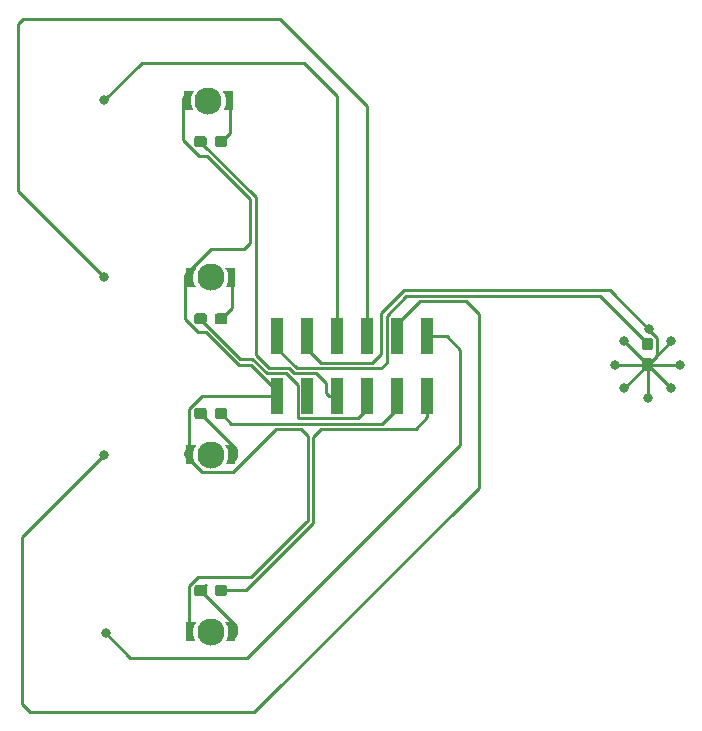
<source format=gbr>
G04 #@! TF.GenerationSoftware,KiCad,Pcbnew,(5.1.4)-1*
G04 #@! TF.CreationDate,2020-04-17T22:20:21+02:00*
G04 #@! TF.ProjectId,Frontplatte,46726f6e-7470-46c6-9174-74652e6b6963,rev?*
G04 #@! TF.SameCoordinates,Original*
G04 #@! TF.FileFunction,Copper,L1,Top*
G04 #@! TF.FilePolarity,Positive*
%FSLAX46Y46*%
G04 Gerber Fmt 4.6, Leading zero omitted, Abs format (unit mm)*
G04 Created by KiCad (PCBNEW (5.1.4)-1) date 2020-04-17 22:20:21*
%MOMM*%
%LPD*%
G04 APERTURE LIST*
%ADD10C,2.300000*%
%ADD11C,0.500000*%
%ADD12C,0.100000*%
%ADD13R,1.000000X3.150000*%
%ADD14C,0.950000*%
%ADD15C,0.800000*%
%ADD16C,0.250000*%
G04 APERTURE END LIST*
D10*
X126810000Y-52550000D03*
D11*
X128620000Y-53100000D03*
D12*
G36*
X128870080Y-51740001D02*
G01*
X128870140Y-51740001D01*
X128870619Y-51740031D01*
X128871045Y-51740055D01*
X128871074Y-51740059D01*
X128871115Y-51740062D01*
X128871556Y-51740134D01*
X128872011Y-51740204D01*
X128872053Y-51740215D01*
X128872079Y-51740219D01*
X128872452Y-51740317D01*
X128872957Y-51740447D01*
X128872990Y-51740459D01*
X128873024Y-51740468D01*
X128873406Y-51740610D01*
X128873875Y-51740781D01*
X128873914Y-51740800D01*
X128873939Y-51740809D01*
X128874341Y-51741005D01*
X128874756Y-51741204D01*
X128874780Y-51741218D01*
X128874818Y-51741237D01*
X128875265Y-51741512D01*
X128875592Y-51741710D01*
X128875617Y-51741729D01*
X128875650Y-51741749D01*
X128876025Y-51742034D01*
X128876374Y-51742295D01*
X128876400Y-51742319D01*
X128876428Y-51742340D01*
X128876787Y-51742672D01*
X128877096Y-51742954D01*
X128877116Y-51742976D01*
X128877145Y-51743003D01*
X128877465Y-51743364D01*
X128877749Y-51743680D01*
X128877768Y-51743706D01*
X128877793Y-51743734D01*
X128878093Y-51744147D01*
X128878329Y-51744466D01*
X128878344Y-51744490D01*
X128878368Y-51744524D01*
X128878629Y-51744970D01*
X128878829Y-51745305D01*
X128878843Y-51745334D01*
X128878862Y-51745367D01*
X128879066Y-51745809D01*
X128879245Y-51746189D01*
X128879255Y-51746218D01*
X128879272Y-51746254D01*
X128879411Y-51746655D01*
X128879573Y-51747110D01*
X128879581Y-51747144D01*
X128879593Y-51747177D01*
X128879696Y-51747602D01*
X128879810Y-51748058D01*
X128879815Y-51748094D01*
X128879823Y-51748126D01*
X128879888Y-51748588D01*
X128879952Y-51749024D01*
X128879954Y-51749055D01*
X128879959Y-51749094D01*
X128879977Y-51749530D01*
X128880000Y-51750000D01*
X128880000Y-53350000D01*
X128879999Y-53350140D01*
X128879972Y-53350566D01*
X128879945Y-53351045D01*
X128879941Y-53351074D01*
X128879938Y-53351115D01*
X128879866Y-53351556D01*
X128879796Y-53352011D01*
X128879785Y-53352053D01*
X128879781Y-53352079D01*
X128879683Y-53352452D01*
X128879553Y-53352957D01*
X128879541Y-53352990D01*
X128879532Y-53353024D01*
X128879390Y-53353406D01*
X128879219Y-53353875D01*
X128879202Y-53353910D01*
X128879191Y-53353939D01*
X128878995Y-53354341D01*
X128878796Y-53354756D01*
X128878782Y-53354780D01*
X128878763Y-53354818D01*
X128878488Y-53355265D01*
X128878290Y-53355592D01*
X128878271Y-53355617D01*
X128878251Y-53355650D01*
X128877963Y-53356030D01*
X128877705Y-53356374D01*
X128877681Y-53356400D01*
X128877660Y-53356428D01*
X128877328Y-53356787D01*
X128877046Y-53357096D01*
X128877024Y-53357116D01*
X128876997Y-53357145D01*
X128876646Y-53357456D01*
X128876320Y-53357749D01*
X128876294Y-53357768D01*
X128876266Y-53357793D01*
X128875853Y-53358093D01*
X128875534Y-53358329D01*
X128875510Y-53358344D01*
X128875476Y-53358368D01*
X128875030Y-53358629D01*
X128874695Y-53358829D01*
X128874666Y-53358843D01*
X128874633Y-53358862D01*
X128874175Y-53359074D01*
X128873811Y-53359245D01*
X128873782Y-53359255D01*
X128873746Y-53359272D01*
X128873285Y-53359432D01*
X128872890Y-53359573D01*
X128872856Y-53359581D01*
X128872823Y-53359593D01*
X128872398Y-53359696D01*
X128871942Y-53359810D01*
X128871906Y-53359815D01*
X128871874Y-53359823D01*
X128871412Y-53359888D01*
X128870976Y-53359952D01*
X128870945Y-53359954D01*
X128870906Y-53359959D01*
X128870410Y-53359980D01*
X128870000Y-53360000D01*
X128073674Y-53360000D01*
X128073029Y-53360298D01*
X128072106Y-53360618D01*
X128071157Y-53360848D01*
X128070189Y-53360983D01*
X128069213Y-53361024D01*
X128068237Y-53360969D01*
X128067272Y-53360819D01*
X128066325Y-53360575D01*
X128065408Y-53360241D01*
X128064527Y-53359818D01*
X128063691Y-53359312D01*
X128062910Y-53358726D01*
X128062188Y-53358067D01*
X128061535Y-53357341D01*
X128060955Y-53356555D01*
X128060456Y-53355715D01*
X128060040Y-53354830D01*
X128059713Y-53353910D01*
X128059477Y-53352962D01*
X128059335Y-53351995D01*
X128059287Y-53351020D01*
X128059335Y-53350044D01*
X128059479Y-53349078D01*
X128059715Y-53348129D01*
X128060043Y-53347209D01*
X128060460Y-53346326D01*
X128060960Y-53345486D01*
X128094613Y-53294883D01*
X128161751Y-53176582D01*
X128216967Y-53052420D01*
X128259805Y-52923457D01*
X128289853Y-52790937D01*
X128306828Y-52656109D01*
X128310000Y-52540767D01*
X128310000Y-52512266D01*
X128301026Y-52384723D01*
X128278307Y-52250750D01*
X128242623Y-52119632D01*
X128194313Y-51992617D01*
X128133842Y-51870928D01*
X128061522Y-51755303D01*
X128061448Y-51755184D01*
X128061292Y-51754896D01*
X128061138Y-51754633D01*
X128061069Y-51754485D01*
X128060983Y-51754325D01*
X128060859Y-51754029D01*
X128060728Y-51753746D01*
X128060669Y-51753578D01*
X128060605Y-51753424D01*
X128060512Y-51753126D01*
X128060407Y-51752823D01*
X128060367Y-51752660D01*
X128060315Y-51752491D01*
X128060252Y-51752184D01*
X128060177Y-51751874D01*
X128060152Y-51751693D01*
X128060119Y-51751534D01*
X128060088Y-51751238D01*
X128060041Y-51750906D01*
X128060033Y-51750727D01*
X128060016Y-51750562D01*
X128060014Y-51750259D01*
X128060000Y-51749930D01*
X128060010Y-51749750D01*
X128060009Y-51749585D01*
X128060037Y-51749278D01*
X128060055Y-51748955D01*
X128060082Y-51748783D01*
X128060097Y-51748612D01*
X128060155Y-51748305D01*
X128060204Y-51747989D01*
X128060247Y-51747822D01*
X128060279Y-51747653D01*
X128060367Y-51747353D01*
X128060447Y-51747043D01*
X128060508Y-51746874D01*
X128060555Y-51746716D01*
X128060671Y-51746428D01*
X128060781Y-51746125D01*
X128060854Y-51745973D01*
X128060920Y-51745809D01*
X128061075Y-51745513D01*
X128061204Y-51745244D01*
X128061289Y-51745103D01*
X128061373Y-51744943D01*
X128061554Y-51744666D01*
X128061710Y-51744408D01*
X128061806Y-51744279D01*
X128061907Y-51744125D01*
X128062113Y-51743869D01*
X128062295Y-51743626D01*
X128062414Y-51743496D01*
X128062520Y-51743364D01*
X128062735Y-51743144D01*
X128062954Y-51742904D01*
X128063082Y-51742789D01*
X128063202Y-51742666D01*
X128063452Y-51742456D01*
X128063680Y-51742251D01*
X128063813Y-51742153D01*
X128063951Y-51742037D01*
X128064215Y-51741856D01*
X128064466Y-51741671D01*
X128064616Y-51741582D01*
X128064757Y-51741485D01*
X128065036Y-51741331D01*
X128065305Y-51741171D01*
X128065456Y-51741100D01*
X128065612Y-51741014D01*
X128065920Y-51740882D01*
X128066189Y-51740755D01*
X128066338Y-51740702D01*
X128066510Y-51740628D01*
X128066833Y-51740526D01*
X128067110Y-51740427D01*
X128067273Y-51740386D01*
X128067441Y-51740333D01*
X128067748Y-51740267D01*
X128068058Y-51740190D01*
X128068229Y-51740165D01*
X128068397Y-51740129D01*
X128068709Y-51740094D01*
X128069024Y-51740048D01*
X128069206Y-51740039D01*
X128069368Y-51740021D01*
X128069666Y-51740016D01*
X128070000Y-51740000D01*
X128870070Y-51740000D01*
X128870080Y-51740001D01*
X128870080Y-51740001D01*
G37*
D11*
X125000000Y-52000000D03*
D12*
G36*
X124749920Y-53359999D02*
G01*
X124749860Y-53359999D01*
X124749381Y-53359969D01*
X124748955Y-53359945D01*
X124748926Y-53359941D01*
X124748885Y-53359938D01*
X124748444Y-53359866D01*
X124747989Y-53359796D01*
X124747947Y-53359785D01*
X124747921Y-53359781D01*
X124747548Y-53359683D01*
X124747043Y-53359553D01*
X124747010Y-53359541D01*
X124746976Y-53359532D01*
X124746594Y-53359390D01*
X124746125Y-53359219D01*
X124746086Y-53359200D01*
X124746061Y-53359191D01*
X124745659Y-53358995D01*
X124745244Y-53358796D01*
X124745220Y-53358782D01*
X124745182Y-53358763D01*
X124744735Y-53358488D01*
X124744408Y-53358290D01*
X124744383Y-53358271D01*
X124744350Y-53358251D01*
X124743975Y-53357966D01*
X124743626Y-53357705D01*
X124743600Y-53357681D01*
X124743572Y-53357660D01*
X124743213Y-53357328D01*
X124742904Y-53357046D01*
X124742884Y-53357024D01*
X124742855Y-53356997D01*
X124742535Y-53356636D01*
X124742251Y-53356320D01*
X124742232Y-53356294D01*
X124742207Y-53356266D01*
X124741907Y-53355853D01*
X124741671Y-53355534D01*
X124741656Y-53355510D01*
X124741632Y-53355476D01*
X124741371Y-53355030D01*
X124741171Y-53354695D01*
X124741157Y-53354666D01*
X124741138Y-53354633D01*
X124740934Y-53354191D01*
X124740755Y-53353811D01*
X124740745Y-53353782D01*
X124740728Y-53353746D01*
X124740589Y-53353345D01*
X124740427Y-53352890D01*
X124740419Y-53352856D01*
X124740407Y-53352823D01*
X124740304Y-53352398D01*
X124740190Y-53351942D01*
X124740185Y-53351906D01*
X124740177Y-53351874D01*
X124740112Y-53351412D01*
X124740048Y-53350976D01*
X124740046Y-53350945D01*
X124740041Y-53350906D01*
X124740023Y-53350470D01*
X124740000Y-53350000D01*
X124740000Y-51750000D01*
X124740001Y-51749860D01*
X124740028Y-51749434D01*
X124740055Y-51748955D01*
X124740059Y-51748926D01*
X124740062Y-51748885D01*
X124740134Y-51748444D01*
X124740204Y-51747989D01*
X124740215Y-51747947D01*
X124740219Y-51747921D01*
X124740317Y-51747548D01*
X124740447Y-51747043D01*
X124740459Y-51747010D01*
X124740468Y-51746976D01*
X124740610Y-51746594D01*
X124740781Y-51746125D01*
X124740798Y-51746090D01*
X124740809Y-51746061D01*
X124741005Y-51745659D01*
X124741204Y-51745244D01*
X124741218Y-51745220D01*
X124741237Y-51745182D01*
X124741512Y-51744735D01*
X124741710Y-51744408D01*
X124741729Y-51744383D01*
X124741749Y-51744350D01*
X124742037Y-51743970D01*
X124742295Y-51743626D01*
X124742319Y-51743600D01*
X124742340Y-51743572D01*
X124742672Y-51743213D01*
X124742954Y-51742904D01*
X124742976Y-51742884D01*
X124743003Y-51742855D01*
X124743354Y-51742544D01*
X124743680Y-51742251D01*
X124743706Y-51742232D01*
X124743734Y-51742207D01*
X124744147Y-51741907D01*
X124744466Y-51741671D01*
X124744490Y-51741656D01*
X124744524Y-51741632D01*
X124744970Y-51741371D01*
X124745305Y-51741171D01*
X124745334Y-51741157D01*
X124745367Y-51741138D01*
X124745825Y-51740926D01*
X124746189Y-51740755D01*
X124746218Y-51740745D01*
X124746254Y-51740728D01*
X124746715Y-51740568D01*
X124747110Y-51740427D01*
X124747144Y-51740419D01*
X124747177Y-51740407D01*
X124747602Y-51740304D01*
X124748058Y-51740190D01*
X124748094Y-51740185D01*
X124748126Y-51740177D01*
X124748588Y-51740112D01*
X124749024Y-51740048D01*
X124749055Y-51740046D01*
X124749094Y-51740041D01*
X124749590Y-51740020D01*
X124750000Y-51740000D01*
X125546326Y-51740000D01*
X125546971Y-51739702D01*
X125547894Y-51739382D01*
X125548843Y-51739152D01*
X125549811Y-51739017D01*
X125550787Y-51738976D01*
X125551763Y-51739031D01*
X125552728Y-51739181D01*
X125553675Y-51739425D01*
X125554592Y-51739759D01*
X125555473Y-51740182D01*
X125556309Y-51740688D01*
X125557090Y-51741274D01*
X125557812Y-51741933D01*
X125558465Y-51742659D01*
X125559045Y-51743445D01*
X125559544Y-51744285D01*
X125559960Y-51745170D01*
X125560287Y-51746090D01*
X125560523Y-51747038D01*
X125560665Y-51748005D01*
X125560713Y-51748980D01*
X125560665Y-51749956D01*
X125560521Y-51750922D01*
X125560285Y-51751871D01*
X125559957Y-51752791D01*
X125559540Y-51753674D01*
X125559040Y-51754514D01*
X125525387Y-51805117D01*
X125458249Y-51923418D01*
X125403033Y-52047580D01*
X125360195Y-52176543D01*
X125330147Y-52309063D01*
X125313172Y-52443891D01*
X125310000Y-52559233D01*
X125310000Y-52587734D01*
X125318974Y-52715277D01*
X125341693Y-52849250D01*
X125377377Y-52980368D01*
X125425687Y-53107383D01*
X125486158Y-53229072D01*
X125558478Y-53344697D01*
X125558552Y-53344816D01*
X125558708Y-53345104D01*
X125558862Y-53345367D01*
X125558931Y-53345515D01*
X125559017Y-53345675D01*
X125559141Y-53345971D01*
X125559272Y-53346254D01*
X125559331Y-53346422D01*
X125559395Y-53346576D01*
X125559488Y-53346874D01*
X125559593Y-53347177D01*
X125559633Y-53347340D01*
X125559685Y-53347509D01*
X125559748Y-53347816D01*
X125559823Y-53348126D01*
X125559848Y-53348307D01*
X125559881Y-53348466D01*
X125559912Y-53348762D01*
X125559959Y-53349094D01*
X125559967Y-53349273D01*
X125559984Y-53349438D01*
X125559986Y-53349741D01*
X125560000Y-53350070D01*
X125559990Y-53350250D01*
X125559991Y-53350415D01*
X125559963Y-53350722D01*
X125559945Y-53351045D01*
X125559918Y-53351217D01*
X125559903Y-53351388D01*
X125559845Y-53351695D01*
X125559796Y-53352011D01*
X125559753Y-53352178D01*
X125559721Y-53352347D01*
X125559633Y-53352647D01*
X125559553Y-53352957D01*
X125559492Y-53353126D01*
X125559445Y-53353284D01*
X125559329Y-53353572D01*
X125559219Y-53353875D01*
X125559146Y-53354027D01*
X125559080Y-53354191D01*
X125558925Y-53354487D01*
X125558796Y-53354756D01*
X125558711Y-53354897D01*
X125558627Y-53355057D01*
X125558446Y-53355334D01*
X125558290Y-53355592D01*
X125558194Y-53355721D01*
X125558093Y-53355875D01*
X125557887Y-53356131D01*
X125557705Y-53356374D01*
X125557586Y-53356504D01*
X125557480Y-53356636D01*
X125557265Y-53356856D01*
X125557046Y-53357096D01*
X125556918Y-53357211D01*
X125556798Y-53357334D01*
X125556548Y-53357544D01*
X125556320Y-53357749D01*
X125556187Y-53357847D01*
X125556049Y-53357963D01*
X125555785Y-53358144D01*
X125555534Y-53358329D01*
X125555384Y-53358418D01*
X125555243Y-53358515D01*
X125554964Y-53358669D01*
X125554695Y-53358829D01*
X125554544Y-53358900D01*
X125554388Y-53358986D01*
X125554080Y-53359118D01*
X125553811Y-53359245D01*
X125553662Y-53359298D01*
X125553490Y-53359372D01*
X125553167Y-53359474D01*
X125552890Y-53359573D01*
X125552727Y-53359614D01*
X125552559Y-53359667D01*
X125552252Y-53359733D01*
X125551942Y-53359810D01*
X125551771Y-53359835D01*
X125551603Y-53359871D01*
X125551291Y-53359906D01*
X125550976Y-53359952D01*
X125550794Y-53359961D01*
X125550632Y-53359979D01*
X125550334Y-53359984D01*
X125550000Y-53360000D01*
X124749930Y-53360000D01*
X124749920Y-53359999D01*
X124749920Y-53359999D01*
G37*
D11*
X125190000Y-66950000D03*
D12*
G36*
X124939920Y-68309999D02*
G01*
X124939860Y-68309999D01*
X124939381Y-68309969D01*
X124938955Y-68309945D01*
X124938926Y-68309941D01*
X124938885Y-68309938D01*
X124938444Y-68309866D01*
X124937989Y-68309796D01*
X124937947Y-68309785D01*
X124937921Y-68309781D01*
X124937548Y-68309683D01*
X124937043Y-68309553D01*
X124937010Y-68309541D01*
X124936976Y-68309532D01*
X124936594Y-68309390D01*
X124936125Y-68309219D01*
X124936086Y-68309200D01*
X124936061Y-68309191D01*
X124935659Y-68308995D01*
X124935244Y-68308796D01*
X124935220Y-68308782D01*
X124935182Y-68308763D01*
X124934735Y-68308488D01*
X124934408Y-68308290D01*
X124934383Y-68308271D01*
X124934350Y-68308251D01*
X124933975Y-68307966D01*
X124933626Y-68307705D01*
X124933600Y-68307681D01*
X124933572Y-68307660D01*
X124933213Y-68307328D01*
X124932904Y-68307046D01*
X124932884Y-68307024D01*
X124932855Y-68306997D01*
X124932535Y-68306636D01*
X124932251Y-68306320D01*
X124932232Y-68306294D01*
X124932207Y-68306266D01*
X124931907Y-68305853D01*
X124931671Y-68305534D01*
X124931656Y-68305510D01*
X124931632Y-68305476D01*
X124931371Y-68305030D01*
X124931171Y-68304695D01*
X124931157Y-68304666D01*
X124931138Y-68304633D01*
X124930934Y-68304191D01*
X124930755Y-68303811D01*
X124930745Y-68303782D01*
X124930728Y-68303746D01*
X124930589Y-68303345D01*
X124930427Y-68302890D01*
X124930419Y-68302856D01*
X124930407Y-68302823D01*
X124930304Y-68302398D01*
X124930190Y-68301942D01*
X124930185Y-68301906D01*
X124930177Y-68301874D01*
X124930112Y-68301412D01*
X124930048Y-68300976D01*
X124930046Y-68300945D01*
X124930041Y-68300906D01*
X124930023Y-68300470D01*
X124930000Y-68300000D01*
X124930000Y-66700000D01*
X124930001Y-66699860D01*
X124930028Y-66699434D01*
X124930055Y-66698955D01*
X124930059Y-66698926D01*
X124930062Y-66698885D01*
X124930134Y-66698444D01*
X124930204Y-66697989D01*
X124930215Y-66697947D01*
X124930219Y-66697921D01*
X124930317Y-66697548D01*
X124930447Y-66697043D01*
X124930459Y-66697010D01*
X124930468Y-66696976D01*
X124930610Y-66696594D01*
X124930781Y-66696125D01*
X124930798Y-66696090D01*
X124930809Y-66696061D01*
X124931005Y-66695659D01*
X124931204Y-66695244D01*
X124931218Y-66695220D01*
X124931237Y-66695182D01*
X124931512Y-66694735D01*
X124931710Y-66694408D01*
X124931729Y-66694383D01*
X124931749Y-66694350D01*
X124932037Y-66693970D01*
X124932295Y-66693626D01*
X124932319Y-66693600D01*
X124932340Y-66693572D01*
X124932672Y-66693213D01*
X124932954Y-66692904D01*
X124932976Y-66692884D01*
X124933003Y-66692855D01*
X124933354Y-66692544D01*
X124933680Y-66692251D01*
X124933706Y-66692232D01*
X124933734Y-66692207D01*
X124934147Y-66691907D01*
X124934466Y-66691671D01*
X124934490Y-66691656D01*
X124934524Y-66691632D01*
X124934970Y-66691371D01*
X124935305Y-66691171D01*
X124935334Y-66691157D01*
X124935367Y-66691138D01*
X124935825Y-66690926D01*
X124936189Y-66690755D01*
X124936218Y-66690745D01*
X124936254Y-66690728D01*
X124936715Y-66690568D01*
X124937110Y-66690427D01*
X124937144Y-66690419D01*
X124937177Y-66690407D01*
X124937602Y-66690304D01*
X124938058Y-66690190D01*
X124938094Y-66690185D01*
X124938126Y-66690177D01*
X124938588Y-66690112D01*
X124939024Y-66690048D01*
X124939055Y-66690046D01*
X124939094Y-66690041D01*
X124939590Y-66690020D01*
X124940000Y-66690000D01*
X125736326Y-66690000D01*
X125736971Y-66689702D01*
X125737894Y-66689382D01*
X125738843Y-66689152D01*
X125739811Y-66689017D01*
X125740787Y-66688976D01*
X125741763Y-66689031D01*
X125742728Y-66689181D01*
X125743675Y-66689425D01*
X125744592Y-66689759D01*
X125745473Y-66690182D01*
X125746309Y-66690688D01*
X125747090Y-66691274D01*
X125747812Y-66691933D01*
X125748465Y-66692659D01*
X125749045Y-66693445D01*
X125749544Y-66694285D01*
X125749960Y-66695170D01*
X125750287Y-66696090D01*
X125750523Y-66697038D01*
X125750665Y-66698005D01*
X125750713Y-66698980D01*
X125750665Y-66699956D01*
X125750521Y-66700922D01*
X125750285Y-66701871D01*
X125749957Y-66702791D01*
X125749540Y-66703674D01*
X125749040Y-66704514D01*
X125715387Y-66755117D01*
X125648249Y-66873418D01*
X125593033Y-66997580D01*
X125550195Y-67126543D01*
X125520147Y-67259063D01*
X125503172Y-67393891D01*
X125500000Y-67509233D01*
X125500000Y-67537734D01*
X125508974Y-67665277D01*
X125531693Y-67799250D01*
X125567377Y-67930368D01*
X125615687Y-68057383D01*
X125676158Y-68179072D01*
X125748478Y-68294697D01*
X125748552Y-68294816D01*
X125748708Y-68295104D01*
X125748862Y-68295367D01*
X125748931Y-68295515D01*
X125749017Y-68295675D01*
X125749141Y-68295971D01*
X125749272Y-68296254D01*
X125749331Y-68296422D01*
X125749395Y-68296576D01*
X125749488Y-68296874D01*
X125749593Y-68297177D01*
X125749633Y-68297340D01*
X125749685Y-68297509D01*
X125749748Y-68297816D01*
X125749823Y-68298126D01*
X125749848Y-68298307D01*
X125749881Y-68298466D01*
X125749912Y-68298762D01*
X125749959Y-68299094D01*
X125749967Y-68299273D01*
X125749984Y-68299438D01*
X125749986Y-68299741D01*
X125750000Y-68300070D01*
X125749990Y-68300250D01*
X125749991Y-68300415D01*
X125749963Y-68300722D01*
X125749945Y-68301045D01*
X125749918Y-68301217D01*
X125749903Y-68301388D01*
X125749845Y-68301695D01*
X125749796Y-68302011D01*
X125749753Y-68302178D01*
X125749721Y-68302347D01*
X125749633Y-68302647D01*
X125749553Y-68302957D01*
X125749492Y-68303126D01*
X125749445Y-68303284D01*
X125749329Y-68303572D01*
X125749219Y-68303875D01*
X125749146Y-68304027D01*
X125749080Y-68304191D01*
X125748925Y-68304487D01*
X125748796Y-68304756D01*
X125748711Y-68304897D01*
X125748627Y-68305057D01*
X125748446Y-68305334D01*
X125748290Y-68305592D01*
X125748194Y-68305721D01*
X125748093Y-68305875D01*
X125747887Y-68306131D01*
X125747705Y-68306374D01*
X125747586Y-68306504D01*
X125747480Y-68306636D01*
X125747265Y-68306856D01*
X125747046Y-68307096D01*
X125746918Y-68307211D01*
X125746798Y-68307334D01*
X125746548Y-68307544D01*
X125746320Y-68307749D01*
X125746187Y-68307847D01*
X125746049Y-68307963D01*
X125745785Y-68308144D01*
X125745534Y-68308329D01*
X125745384Y-68308418D01*
X125745243Y-68308515D01*
X125744964Y-68308669D01*
X125744695Y-68308829D01*
X125744544Y-68308900D01*
X125744388Y-68308986D01*
X125744080Y-68309118D01*
X125743811Y-68309245D01*
X125743662Y-68309298D01*
X125743490Y-68309372D01*
X125743167Y-68309474D01*
X125742890Y-68309573D01*
X125742727Y-68309614D01*
X125742559Y-68309667D01*
X125742252Y-68309733D01*
X125741942Y-68309810D01*
X125741771Y-68309835D01*
X125741603Y-68309871D01*
X125741291Y-68309906D01*
X125740976Y-68309952D01*
X125740794Y-68309961D01*
X125740632Y-68309979D01*
X125740334Y-68309984D01*
X125740000Y-68310000D01*
X124939930Y-68310000D01*
X124939920Y-68309999D01*
X124939920Y-68309999D01*
G37*
D11*
X128810000Y-68050000D03*
D12*
G36*
X129060080Y-66690001D02*
G01*
X129060140Y-66690001D01*
X129060619Y-66690031D01*
X129061045Y-66690055D01*
X129061074Y-66690059D01*
X129061115Y-66690062D01*
X129061556Y-66690134D01*
X129062011Y-66690204D01*
X129062053Y-66690215D01*
X129062079Y-66690219D01*
X129062452Y-66690317D01*
X129062957Y-66690447D01*
X129062990Y-66690459D01*
X129063024Y-66690468D01*
X129063406Y-66690610D01*
X129063875Y-66690781D01*
X129063914Y-66690800D01*
X129063939Y-66690809D01*
X129064341Y-66691005D01*
X129064756Y-66691204D01*
X129064780Y-66691218D01*
X129064818Y-66691237D01*
X129065265Y-66691512D01*
X129065592Y-66691710D01*
X129065617Y-66691729D01*
X129065650Y-66691749D01*
X129066025Y-66692034D01*
X129066374Y-66692295D01*
X129066400Y-66692319D01*
X129066428Y-66692340D01*
X129066787Y-66692672D01*
X129067096Y-66692954D01*
X129067116Y-66692976D01*
X129067145Y-66693003D01*
X129067465Y-66693364D01*
X129067749Y-66693680D01*
X129067768Y-66693706D01*
X129067793Y-66693734D01*
X129068093Y-66694147D01*
X129068329Y-66694466D01*
X129068344Y-66694490D01*
X129068368Y-66694524D01*
X129068629Y-66694970D01*
X129068829Y-66695305D01*
X129068843Y-66695334D01*
X129068862Y-66695367D01*
X129069066Y-66695809D01*
X129069245Y-66696189D01*
X129069255Y-66696218D01*
X129069272Y-66696254D01*
X129069411Y-66696655D01*
X129069573Y-66697110D01*
X129069581Y-66697144D01*
X129069593Y-66697177D01*
X129069696Y-66697602D01*
X129069810Y-66698058D01*
X129069815Y-66698094D01*
X129069823Y-66698126D01*
X129069888Y-66698588D01*
X129069952Y-66699024D01*
X129069954Y-66699055D01*
X129069959Y-66699094D01*
X129069977Y-66699530D01*
X129070000Y-66700000D01*
X129070000Y-68300000D01*
X129069999Y-68300140D01*
X129069972Y-68300566D01*
X129069945Y-68301045D01*
X129069941Y-68301074D01*
X129069938Y-68301115D01*
X129069866Y-68301556D01*
X129069796Y-68302011D01*
X129069785Y-68302053D01*
X129069781Y-68302079D01*
X129069683Y-68302452D01*
X129069553Y-68302957D01*
X129069541Y-68302990D01*
X129069532Y-68303024D01*
X129069390Y-68303406D01*
X129069219Y-68303875D01*
X129069202Y-68303910D01*
X129069191Y-68303939D01*
X129068995Y-68304341D01*
X129068796Y-68304756D01*
X129068782Y-68304780D01*
X129068763Y-68304818D01*
X129068488Y-68305265D01*
X129068290Y-68305592D01*
X129068271Y-68305617D01*
X129068251Y-68305650D01*
X129067963Y-68306030D01*
X129067705Y-68306374D01*
X129067681Y-68306400D01*
X129067660Y-68306428D01*
X129067328Y-68306787D01*
X129067046Y-68307096D01*
X129067024Y-68307116D01*
X129066997Y-68307145D01*
X129066646Y-68307456D01*
X129066320Y-68307749D01*
X129066294Y-68307768D01*
X129066266Y-68307793D01*
X129065853Y-68308093D01*
X129065534Y-68308329D01*
X129065510Y-68308344D01*
X129065476Y-68308368D01*
X129065030Y-68308629D01*
X129064695Y-68308829D01*
X129064666Y-68308843D01*
X129064633Y-68308862D01*
X129064175Y-68309074D01*
X129063811Y-68309245D01*
X129063782Y-68309255D01*
X129063746Y-68309272D01*
X129063285Y-68309432D01*
X129062890Y-68309573D01*
X129062856Y-68309581D01*
X129062823Y-68309593D01*
X129062398Y-68309696D01*
X129061942Y-68309810D01*
X129061906Y-68309815D01*
X129061874Y-68309823D01*
X129061412Y-68309888D01*
X129060976Y-68309952D01*
X129060945Y-68309954D01*
X129060906Y-68309959D01*
X129060410Y-68309980D01*
X129060000Y-68310000D01*
X128263674Y-68310000D01*
X128263029Y-68310298D01*
X128262106Y-68310618D01*
X128261157Y-68310848D01*
X128260189Y-68310983D01*
X128259213Y-68311024D01*
X128258237Y-68310969D01*
X128257272Y-68310819D01*
X128256325Y-68310575D01*
X128255408Y-68310241D01*
X128254527Y-68309818D01*
X128253691Y-68309312D01*
X128252910Y-68308726D01*
X128252188Y-68308067D01*
X128251535Y-68307341D01*
X128250955Y-68306555D01*
X128250456Y-68305715D01*
X128250040Y-68304830D01*
X128249713Y-68303910D01*
X128249477Y-68302962D01*
X128249335Y-68301995D01*
X128249287Y-68301020D01*
X128249335Y-68300044D01*
X128249479Y-68299078D01*
X128249715Y-68298129D01*
X128250043Y-68297209D01*
X128250460Y-68296326D01*
X128250960Y-68295486D01*
X128284613Y-68244883D01*
X128351751Y-68126582D01*
X128406967Y-68002420D01*
X128449805Y-67873457D01*
X128479853Y-67740937D01*
X128496828Y-67606109D01*
X128500000Y-67490767D01*
X128500000Y-67462266D01*
X128491026Y-67334723D01*
X128468307Y-67200750D01*
X128432623Y-67069632D01*
X128384313Y-66942617D01*
X128323842Y-66820928D01*
X128251522Y-66705303D01*
X128251448Y-66705184D01*
X128251292Y-66704896D01*
X128251138Y-66704633D01*
X128251069Y-66704485D01*
X128250983Y-66704325D01*
X128250859Y-66704029D01*
X128250728Y-66703746D01*
X128250669Y-66703578D01*
X128250605Y-66703424D01*
X128250512Y-66703126D01*
X128250407Y-66702823D01*
X128250367Y-66702660D01*
X128250315Y-66702491D01*
X128250252Y-66702184D01*
X128250177Y-66701874D01*
X128250152Y-66701693D01*
X128250119Y-66701534D01*
X128250088Y-66701238D01*
X128250041Y-66700906D01*
X128250033Y-66700727D01*
X128250016Y-66700562D01*
X128250014Y-66700259D01*
X128250000Y-66699930D01*
X128250010Y-66699750D01*
X128250009Y-66699585D01*
X128250037Y-66699278D01*
X128250055Y-66698955D01*
X128250082Y-66698783D01*
X128250097Y-66698612D01*
X128250155Y-66698305D01*
X128250204Y-66697989D01*
X128250247Y-66697822D01*
X128250279Y-66697653D01*
X128250367Y-66697353D01*
X128250447Y-66697043D01*
X128250508Y-66696874D01*
X128250555Y-66696716D01*
X128250671Y-66696428D01*
X128250781Y-66696125D01*
X128250854Y-66695973D01*
X128250920Y-66695809D01*
X128251075Y-66695513D01*
X128251204Y-66695244D01*
X128251289Y-66695103D01*
X128251373Y-66694943D01*
X128251554Y-66694666D01*
X128251710Y-66694408D01*
X128251806Y-66694279D01*
X128251907Y-66694125D01*
X128252113Y-66693869D01*
X128252295Y-66693626D01*
X128252414Y-66693496D01*
X128252520Y-66693364D01*
X128252735Y-66693144D01*
X128252954Y-66692904D01*
X128253082Y-66692789D01*
X128253202Y-66692666D01*
X128253452Y-66692456D01*
X128253680Y-66692251D01*
X128253813Y-66692153D01*
X128253951Y-66692037D01*
X128254215Y-66691856D01*
X128254466Y-66691671D01*
X128254616Y-66691582D01*
X128254757Y-66691485D01*
X128255036Y-66691331D01*
X128255305Y-66691171D01*
X128255456Y-66691100D01*
X128255612Y-66691014D01*
X128255920Y-66690882D01*
X128256189Y-66690755D01*
X128256338Y-66690702D01*
X128256510Y-66690628D01*
X128256833Y-66690526D01*
X128257110Y-66690427D01*
X128257273Y-66690386D01*
X128257441Y-66690333D01*
X128257748Y-66690267D01*
X128258058Y-66690190D01*
X128258229Y-66690165D01*
X128258397Y-66690129D01*
X128258709Y-66690094D01*
X128259024Y-66690048D01*
X128259206Y-66690039D01*
X128259368Y-66690021D01*
X128259666Y-66690016D01*
X128260000Y-66690000D01*
X129060070Y-66690000D01*
X129060080Y-66690001D01*
X129060080Y-66690001D01*
G37*
D10*
X127000000Y-67500000D03*
X127000000Y-82500000D03*
D11*
X128810000Y-83050000D03*
D12*
G36*
X129060080Y-81690001D02*
G01*
X129060140Y-81690001D01*
X129060619Y-81690031D01*
X129061045Y-81690055D01*
X129061074Y-81690059D01*
X129061115Y-81690062D01*
X129061556Y-81690134D01*
X129062011Y-81690204D01*
X129062053Y-81690215D01*
X129062079Y-81690219D01*
X129062452Y-81690317D01*
X129062957Y-81690447D01*
X129062990Y-81690459D01*
X129063024Y-81690468D01*
X129063406Y-81690610D01*
X129063875Y-81690781D01*
X129063914Y-81690800D01*
X129063939Y-81690809D01*
X129064341Y-81691005D01*
X129064756Y-81691204D01*
X129064780Y-81691218D01*
X129064818Y-81691237D01*
X129065265Y-81691512D01*
X129065592Y-81691710D01*
X129065617Y-81691729D01*
X129065650Y-81691749D01*
X129066025Y-81692034D01*
X129066374Y-81692295D01*
X129066400Y-81692319D01*
X129066428Y-81692340D01*
X129066787Y-81692672D01*
X129067096Y-81692954D01*
X129067116Y-81692976D01*
X129067145Y-81693003D01*
X129067465Y-81693364D01*
X129067749Y-81693680D01*
X129067768Y-81693706D01*
X129067793Y-81693734D01*
X129068093Y-81694147D01*
X129068329Y-81694466D01*
X129068344Y-81694490D01*
X129068368Y-81694524D01*
X129068629Y-81694970D01*
X129068829Y-81695305D01*
X129068843Y-81695334D01*
X129068862Y-81695367D01*
X129069066Y-81695809D01*
X129069245Y-81696189D01*
X129069255Y-81696218D01*
X129069272Y-81696254D01*
X129069411Y-81696655D01*
X129069573Y-81697110D01*
X129069581Y-81697144D01*
X129069593Y-81697177D01*
X129069696Y-81697602D01*
X129069810Y-81698058D01*
X129069815Y-81698094D01*
X129069823Y-81698126D01*
X129069888Y-81698588D01*
X129069952Y-81699024D01*
X129069954Y-81699055D01*
X129069959Y-81699094D01*
X129069977Y-81699530D01*
X129070000Y-81700000D01*
X129070000Y-83300000D01*
X129069999Y-83300140D01*
X129069972Y-83300566D01*
X129069945Y-83301045D01*
X129069941Y-83301074D01*
X129069938Y-83301115D01*
X129069866Y-83301556D01*
X129069796Y-83302011D01*
X129069785Y-83302053D01*
X129069781Y-83302079D01*
X129069683Y-83302452D01*
X129069553Y-83302957D01*
X129069541Y-83302990D01*
X129069532Y-83303024D01*
X129069390Y-83303406D01*
X129069219Y-83303875D01*
X129069202Y-83303910D01*
X129069191Y-83303939D01*
X129068995Y-83304341D01*
X129068796Y-83304756D01*
X129068782Y-83304780D01*
X129068763Y-83304818D01*
X129068488Y-83305265D01*
X129068290Y-83305592D01*
X129068271Y-83305617D01*
X129068251Y-83305650D01*
X129067963Y-83306030D01*
X129067705Y-83306374D01*
X129067681Y-83306400D01*
X129067660Y-83306428D01*
X129067328Y-83306787D01*
X129067046Y-83307096D01*
X129067024Y-83307116D01*
X129066997Y-83307145D01*
X129066646Y-83307456D01*
X129066320Y-83307749D01*
X129066294Y-83307768D01*
X129066266Y-83307793D01*
X129065853Y-83308093D01*
X129065534Y-83308329D01*
X129065510Y-83308344D01*
X129065476Y-83308368D01*
X129065030Y-83308629D01*
X129064695Y-83308829D01*
X129064666Y-83308843D01*
X129064633Y-83308862D01*
X129064175Y-83309074D01*
X129063811Y-83309245D01*
X129063782Y-83309255D01*
X129063746Y-83309272D01*
X129063285Y-83309432D01*
X129062890Y-83309573D01*
X129062856Y-83309581D01*
X129062823Y-83309593D01*
X129062398Y-83309696D01*
X129061942Y-83309810D01*
X129061906Y-83309815D01*
X129061874Y-83309823D01*
X129061412Y-83309888D01*
X129060976Y-83309952D01*
X129060945Y-83309954D01*
X129060906Y-83309959D01*
X129060410Y-83309980D01*
X129060000Y-83310000D01*
X128263674Y-83310000D01*
X128263029Y-83310298D01*
X128262106Y-83310618D01*
X128261157Y-83310848D01*
X128260189Y-83310983D01*
X128259213Y-83311024D01*
X128258237Y-83310969D01*
X128257272Y-83310819D01*
X128256325Y-83310575D01*
X128255408Y-83310241D01*
X128254527Y-83309818D01*
X128253691Y-83309312D01*
X128252910Y-83308726D01*
X128252188Y-83308067D01*
X128251535Y-83307341D01*
X128250955Y-83306555D01*
X128250456Y-83305715D01*
X128250040Y-83304830D01*
X128249713Y-83303910D01*
X128249477Y-83302962D01*
X128249335Y-83301995D01*
X128249287Y-83301020D01*
X128249335Y-83300044D01*
X128249479Y-83299078D01*
X128249715Y-83298129D01*
X128250043Y-83297209D01*
X128250460Y-83296326D01*
X128250960Y-83295486D01*
X128284613Y-83244883D01*
X128351751Y-83126582D01*
X128406967Y-83002420D01*
X128449805Y-82873457D01*
X128479853Y-82740937D01*
X128496828Y-82606109D01*
X128500000Y-82490767D01*
X128500000Y-82462266D01*
X128491026Y-82334723D01*
X128468307Y-82200750D01*
X128432623Y-82069632D01*
X128384313Y-81942617D01*
X128323842Y-81820928D01*
X128251522Y-81705303D01*
X128251448Y-81705184D01*
X128251292Y-81704896D01*
X128251138Y-81704633D01*
X128251069Y-81704485D01*
X128250983Y-81704325D01*
X128250859Y-81704029D01*
X128250728Y-81703746D01*
X128250669Y-81703578D01*
X128250605Y-81703424D01*
X128250512Y-81703126D01*
X128250407Y-81702823D01*
X128250367Y-81702660D01*
X128250315Y-81702491D01*
X128250252Y-81702184D01*
X128250177Y-81701874D01*
X128250152Y-81701693D01*
X128250119Y-81701534D01*
X128250088Y-81701238D01*
X128250041Y-81700906D01*
X128250033Y-81700727D01*
X128250016Y-81700562D01*
X128250014Y-81700259D01*
X128250000Y-81699930D01*
X128250010Y-81699750D01*
X128250009Y-81699585D01*
X128250037Y-81699278D01*
X128250055Y-81698955D01*
X128250082Y-81698783D01*
X128250097Y-81698612D01*
X128250155Y-81698305D01*
X128250204Y-81697989D01*
X128250247Y-81697822D01*
X128250279Y-81697653D01*
X128250367Y-81697353D01*
X128250447Y-81697043D01*
X128250508Y-81696874D01*
X128250555Y-81696716D01*
X128250671Y-81696428D01*
X128250781Y-81696125D01*
X128250854Y-81695973D01*
X128250920Y-81695809D01*
X128251075Y-81695513D01*
X128251204Y-81695244D01*
X128251289Y-81695103D01*
X128251373Y-81694943D01*
X128251554Y-81694666D01*
X128251710Y-81694408D01*
X128251806Y-81694279D01*
X128251907Y-81694125D01*
X128252113Y-81693869D01*
X128252295Y-81693626D01*
X128252414Y-81693496D01*
X128252520Y-81693364D01*
X128252735Y-81693144D01*
X128252954Y-81692904D01*
X128253082Y-81692789D01*
X128253202Y-81692666D01*
X128253452Y-81692456D01*
X128253680Y-81692251D01*
X128253813Y-81692153D01*
X128253951Y-81692037D01*
X128254215Y-81691856D01*
X128254466Y-81691671D01*
X128254616Y-81691582D01*
X128254757Y-81691485D01*
X128255036Y-81691331D01*
X128255305Y-81691171D01*
X128255456Y-81691100D01*
X128255612Y-81691014D01*
X128255920Y-81690882D01*
X128256189Y-81690755D01*
X128256338Y-81690702D01*
X128256510Y-81690628D01*
X128256833Y-81690526D01*
X128257110Y-81690427D01*
X128257273Y-81690386D01*
X128257441Y-81690333D01*
X128257748Y-81690267D01*
X128258058Y-81690190D01*
X128258229Y-81690165D01*
X128258397Y-81690129D01*
X128258709Y-81690094D01*
X128259024Y-81690048D01*
X128259206Y-81690039D01*
X128259368Y-81690021D01*
X128259666Y-81690016D01*
X128260000Y-81690000D01*
X129060070Y-81690000D01*
X129060080Y-81690001D01*
X129060080Y-81690001D01*
G37*
D11*
X125190000Y-81950000D03*
D12*
G36*
X124939920Y-83309999D02*
G01*
X124939860Y-83309999D01*
X124939381Y-83309969D01*
X124938955Y-83309945D01*
X124938926Y-83309941D01*
X124938885Y-83309938D01*
X124938444Y-83309866D01*
X124937989Y-83309796D01*
X124937947Y-83309785D01*
X124937921Y-83309781D01*
X124937548Y-83309683D01*
X124937043Y-83309553D01*
X124937010Y-83309541D01*
X124936976Y-83309532D01*
X124936594Y-83309390D01*
X124936125Y-83309219D01*
X124936086Y-83309200D01*
X124936061Y-83309191D01*
X124935659Y-83308995D01*
X124935244Y-83308796D01*
X124935220Y-83308782D01*
X124935182Y-83308763D01*
X124934735Y-83308488D01*
X124934408Y-83308290D01*
X124934383Y-83308271D01*
X124934350Y-83308251D01*
X124933975Y-83307966D01*
X124933626Y-83307705D01*
X124933600Y-83307681D01*
X124933572Y-83307660D01*
X124933213Y-83307328D01*
X124932904Y-83307046D01*
X124932884Y-83307024D01*
X124932855Y-83306997D01*
X124932535Y-83306636D01*
X124932251Y-83306320D01*
X124932232Y-83306294D01*
X124932207Y-83306266D01*
X124931907Y-83305853D01*
X124931671Y-83305534D01*
X124931656Y-83305510D01*
X124931632Y-83305476D01*
X124931371Y-83305030D01*
X124931171Y-83304695D01*
X124931157Y-83304666D01*
X124931138Y-83304633D01*
X124930934Y-83304191D01*
X124930755Y-83303811D01*
X124930745Y-83303782D01*
X124930728Y-83303746D01*
X124930589Y-83303345D01*
X124930427Y-83302890D01*
X124930419Y-83302856D01*
X124930407Y-83302823D01*
X124930304Y-83302398D01*
X124930190Y-83301942D01*
X124930185Y-83301906D01*
X124930177Y-83301874D01*
X124930112Y-83301412D01*
X124930048Y-83300976D01*
X124930046Y-83300945D01*
X124930041Y-83300906D01*
X124930023Y-83300470D01*
X124930000Y-83300000D01*
X124930000Y-81700000D01*
X124930001Y-81699860D01*
X124930028Y-81699434D01*
X124930055Y-81698955D01*
X124930059Y-81698926D01*
X124930062Y-81698885D01*
X124930134Y-81698444D01*
X124930204Y-81697989D01*
X124930215Y-81697947D01*
X124930219Y-81697921D01*
X124930317Y-81697548D01*
X124930447Y-81697043D01*
X124930459Y-81697010D01*
X124930468Y-81696976D01*
X124930610Y-81696594D01*
X124930781Y-81696125D01*
X124930798Y-81696090D01*
X124930809Y-81696061D01*
X124931005Y-81695659D01*
X124931204Y-81695244D01*
X124931218Y-81695220D01*
X124931237Y-81695182D01*
X124931512Y-81694735D01*
X124931710Y-81694408D01*
X124931729Y-81694383D01*
X124931749Y-81694350D01*
X124932037Y-81693970D01*
X124932295Y-81693626D01*
X124932319Y-81693600D01*
X124932340Y-81693572D01*
X124932672Y-81693213D01*
X124932954Y-81692904D01*
X124932976Y-81692884D01*
X124933003Y-81692855D01*
X124933354Y-81692544D01*
X124933680Y-81692251D01*
X124933706Y-81692232D01*
X124933734Y-81692207D01*
X124934147Y-81691907D01*
X124934466Y-81691671D01*
X124934490Y-81691656D01*
X124934524Y-81691632D01*
X124934970Y-81691371D01*
X124935305Y-81691171D01*
X124935334Y-81691157D01*
X124935367Y-81691138D01*
X124935825Y-81690926D01*
X124936189Y-81690755D01*
X124936218Y-81690745D01*
X124936254Y-81690728D01*
X124936715Y-81690568D01*
X124937110Y-81690427D01*
X124937144Y-81690419D01*
X124937177Y-81690407D01*
X124937602Y-81690304D01*
X124938058Y-81690190D01*
X124938094Y-81690185D01*
X124938126Y-81690177D01*
X124938588Y-81690112D01*
X124939024Y-81690048D01*
X124939055Y-81690046D01*
X124939094Y-81690041D01*
X124939590Y-81690020D01*
X124940000Y-81690000D01*
X125736326Y-81690000D01*
X125736971Y-81689702D01*
X125737894Y-81689382D01*
X125738843Y-81689152D01*
X125739811Y-81689017D01*
X125740787Y-81688976D01*
X125741763Y-81689031D01*
X125742728Y-81689181D01*
X125743675Y-81689425D01*
X125744592Y-81689759D01*
X125745473Y-81690182D01*
X125746309Y-81690688D01*
X125747090Y-81691274D01*
X125747812Y-81691933D01*
X125748465Y-81692659D01*
X125749045Y-81693445D01*
X125749544Y-81694285D01*
X125749960Y-81695170D01*
X125750287Y-81696090D01*
X125750523Y-81697038D01*
X125750665Y-81698005D01*
X125750713Y-81698980D01*
X125750665Y-81699956D01*
X125750521Y-81700922D01*
X125750285Y-81701871D01*
X125749957Y-81702791D01*
X125749540Y-81703674D01*
X125749040Y-81704514D01*
X125715387Y-81755117D01*
X125648249Y-81873418D01*
X125593033Y-81997580D01*
X125550195Y-82126543D01*
X125520147Y-82259063D01*
X125503172Y-82393891D01*
X125500000Y-82509233D01*
X125500000Y-82537734D01*
X125508974Y-82665277D01*
X125531693Y-82799250D01*
X125567377Y-82930368D01*
X125615687Y-83057383D01*
X125676158Y-83179072D01*
X125748478Y-83294697D01*
X125748552Y-83294816D01*
X125748708Y-83295104D01*
X125748862Y-83295367D01*
X125748931Y-83295515D01*
X125749017Y-83295675D01*
X125749141Y-83295971D01*
X125749272Y-83296254D01*
X125749331Y-83296422D01*
X125749395Y-83296576D01*
X125749488Y-83296874D01*
X125749593Y-83297177D01*
X125749633Y-83297340D01*
X125749685Y-83297509D01*
X125749748Y-83297816D01*
X125749823Y-83298126D01*
X125749848Y-83298307D01*
X125749881Y-83298466D01*
X125749912Y-83298762D01*
X125749959Y-83299094D01*
X125749967Y-83299273D01*
X125749984Y-83299438D01*
X125749986Y-83299741D01*
X125750000Y-83300070D01*
X125749990Y-83300250D01*
X125749991Y-83300415D01*
X125749963Y-83300722D01*
X125749945Y-83301045D01*
X125749918Y-83301217D01*
X125749903Y-83301388D01*
X125749845Y-83301695D01*
X125749796Y-83302011D01*
X125749753Y-83302178D01*
X125749721Y-83302347D01*
X125749633Y-83302647D01*
X125749553Y-83302957D01*
X125749492Y-83303126D01*
X125749445Y-83303284D01*
X125749329Y-83303572D01*
X125749219Y-83303875D01*
X125749146Y-83304027D01*
X125749080Y-83304191D01*
X125748925Y-83304487D01*
X125748796Y-83304756D01*
X125748711Y-83304897D01*
X125748627Y-83305057D01*
X125748446Y-83305334D01*
X125748290Y-83305592D01*
X125748194Y-83305721D01*
X125748093Y-83305875D01*
X125747887Y-83306131D01*
X125747705Y-83306374D01*
X125747586Y-83306504D01*
X125747480Y-83306636D01*
X125747265Y-83306856D01*
X125747046Y-83307096D01*
X125746918Y-83307211D01*
X125746798Y-83307334D01*
X125746548Y-83307544D01*
X125746320Y-83307749D01*
X125746187Y-83307847D01*
X125746049Y-83307963D01*
X125745785Y-83308144D01*
X125745534Y-83308329D01*
X125745384Y-83308418D01*
X125745243Y-83308515D01*
X125744964Y-83308669D01*
X125744695Y-83308829D01*
X125744544Y-83308900D01*
X125744388Y-83308986D01*
X125744080Y-83309118D01*
X125743811Y-83309245D01*
X125743662Y-83309298D01*
X125743490Y-83309372D01*
X125743167Y-83309474D01*
X125742890Y-83309573D01*
X125742727Y-83309614D01*
X125742559Y-83309667D01*
X125742252Y-83309733D01*
X125741942Y-83309810D01*
X125741771Y-83309835D01*
X125741603Y-83309871D01*
X125741291Y-83309906D01*
X125740976Y-83309952D01*
X125740794Y-83309961D01*
X125740632Y-83309979D01*
X125740334Y-83309984D01*
X125740000Y-83310000D01*
X124939930Y-83310000D01*
X124939920Y-83309999D01*
X124939920Y-83309999D01*
G37*
D11*
X125190000Y-96950000D03*
D12*
G36*
X124939920Y-98309999D02*
G01*
X124939860Y-98309999D01*
X124939381Y-98309969D01*
X124938955Y-98309945D01*
X124938926Y-98309941D01*
X124938885Y-98309938D01*
X124938444Y-98309866D01*
X124937989Y-98309796D01*
X124937947Y-98309785D01*
X124937921Y-98309781D01*
X124937548Y-98309683D01*
X124937043Y-98309553D01*
X124937010Y-98309541D01*
X124936976Y-98309532D01*
X124936594Y-98309390D01*
X124936125Y-98309219D01*
X124936086Y-98309200D01*
X124936061Y-98309191D01*
X124935659Y-98308995D01*
X124935244Y-98308796D01*
X124935220Y-98308782D01*
X124935182Y-98308763D01*
X124934735Y-98308488D01*
X124934408Y-98308290D01*
X124934383Y-98308271D01*
X124934350Y-98308251D01*
X124933975Y-98307966D01*
X124933626Y-98307705D01*
X124933600Y-98307681D01*
X124933572Y-98307660D01*
X124933213Y-98307328D01*
X124932904Y-98307046D01*
X124932884Y-98307024D01*
X124932855Y-98306997D01*
X124932535Y-98306636D01*
X124932251Y-98306320D01*
X124932232Y-98306294D01*
X124932207Y-98306266D01*
X124931907Y-98305853D01*
X124931671Y-98305534D01*
X124931656Y-98305510D01*
X124931632Y-98305476D01*
X124931371Y-98305030D01*
X124931171Y-98304695D01*
X124931157Y-98304666D01*
X124931138Y-98304633D01*
X124930934Y-98304191D01*
X124930755Y-98303811D01*
X124930745Y-98303782D01*
X124930728Y-98303746D01*
X124930589Y-98303345D01*
X124930427Y-98302890D01*
X124930419Y-98302856D01*
X124930407Y-98302823D01*
X124930304Y-98302398D01*
X124930190Y-98301942D01*
X124930185Y-98301906D01*
X124930177Y-98301874D01*
X124930112Y-98301412D01*
X124930048Y-98300976D01*
X124930046Y-98300945D01*
X124930041Y-98300906D01*
X124930023Y-98300470D01*
X124930000Y-98300000D01*
X124930000Y-96700000D01*
X124930001Y-96699860D01*
X124930028Y-96699434D01*
X124930055Y-96698955D01*
X124930059Y-96698926D01*
X124930062Y-96698885D01*
X124930134Y-96698444D01*
X124930204Y-96697989D01*
X124930215Y-96697947D01*
X124930219Y-96697921D01*
X124930317Y-96697548D01*
X124930447Y-96697043D01*
X124930459Y-96697010D01*
X124930468Y-96696976D01*
X124930610Y-96696594D01*
X124930781Y-96696125D01*
X124930798Y-96696090D01*
X124930809Y-96696061D01*
X124931005Y-96695659D01*
X124931204Y-96695244D01*
X124931218Y-96695220D01*
X124931237Y-96695182D01*
X124931512Y-96694735D01*
X124931710Y-96694408D01*
X124931729Y-96694383D01*
X124931749Y-96694350D01*
X124932037Y-96693970D01*
X124932295Y-96693626D01*
X124932319Y-96693600D01*
X124932340Y-96693572D01*
X124932672Y-96693213D01*
X124932954Y-96692904D01*
X124932976Y-96692884D01*
X124933003Y-96692855D01*
X124933354Y-96692544D01*
X124933680Y-96692251D01*
X124933706Y-96692232D01*
X124933734Y-96692207D01*
X124934147Y-96691907D01*
X124934466Y-96691671D01*
X124934490Y-96691656D01*
X124934524Y-96691632D01*
X124934970Y-96691371D01*
X124935305Y-96691171D01*
X124935334Y-96691157D01*
X124935367Y-96691138D01*
X124935825Y-96690926D01*
X124936189Y-96690755D01*
X124936218Y-96690745D01*
X124936254Y-96690728D01*
X124936715Y-96690568D01*
X124937110Y-96690427D01*
X124937144Y-96690419D01*
X124937177Y-96690407D01*
X124937602Y-96690304D01*
X124938058Y-96690190D01*
X124938094Y-96690185D01*
X124938126Y-96690177D01*
X124938588Y-96690112D01*
X124939024Y-96690048D01*
X124939055Y-96690046D01*
X124939094Y-96690041D01*
X124939590Y-96690020D01*
X124940000Y-96690000D01*
X125736326Y-96690000D01*
X125736971Y-96689702D01*
X125737894Y-96689382D01*
X125738843Y-96689152D01*
X125739811Y-96689017D01*
X125740787Y-96688976D01*
X125741763Y-96689031D01*
X125742728Y-96689181D01*
X125743675Y-96689425D01*
X125744592Y-96689759D01*
X125745473Y-96690182D01*
X125746309Y-96690688D01*
X125747090Y-96691274D01*
X125747812Y-96691933D01*
X125748465Y-96692659D01*
X125749045Y-96693445D01*
X125749544Y-96694285D01*
X125749960Y-96695170D01*
X125750287Y-96696090D01*
X125750523Y-96697038D01*
X125750665Y-96698005D01*
X125750713Y-96698980D01*
X125750665Y-96699956D01*
X125750521Y-96700922D01*
X125750285Y-96701871D01*
X125749957Y-96702791D01*
X125749540Y-96703674D01*
X125749040Y-96704514D01*
X125715387Y-96755117D01*
X125648249Y-96873418D01*
X125593033Y-96997580D01*
X125550195Y-97126543D01*
X125520147Y-97259063D01*
X125503172Y-97393891D01*
X125500000Y-97509233D01*
X125500000Y-97537734D01*
X125508974Y-97665277D01*
X125531693Y-97799250D01*
X125567377Y-97930368D01*
X125615687Y-98057383D01*
X125676158Y-98179072D01*
X125748478Y-98294697D01*
X125748552Y-98294816D01*
X125748708Y-98295104D01*
X125748862Y-98295367D01*
X125748931Y-98295515D01*
X125749017Y-98295675D01*
X125749141Y-98295971D01*
X125749272Y-98296254D01*
X125749331Y-98296422D01*
X125749395Y-98296576D01*
X125749488Y-98296874D01*
X125749593Y-98297177D01*
X125749633Y-98297340D01*
X125749685Y-98297509D01*
X125749748Y-98297816D01*
X125749823Y-98298126D01*
X125749848Y-98298307D01*
X125749881Y-98298466D01*
X125749912Y-98298762D01*
X125749959Y-98299094D01*
X125749967Y-98299273D01*
X125749984Y-98299438D01*
X125749986Y-98299741D01*
X125750000Y-98300070D01*
X125749990Y-98300250D01*
X125749991Y-98300415D01*
X125749963Y-98300722D01*
X125749945Y-98301045D01*
X125749918Y-98301217D01*
X125749903Y-98301388D01*
X125749845Y-98301695D01*
X125749796Y-98302011D01*
X125749753Y-98302178D01*
X125749721Y-98302347D01*
X125749633Y-98302647D01*
X125749553Y-98302957D01*
X125749492Y-98303126D01*
X125749445Y-98303284D01*
X125749329Y-98303572D01*
X125749219Y-98303875D01*
X125749146Y-98304027D01*
X125749080Y-98304191D01*
X125748925Y-98304487D01*
X125748796Y-98304756D01*
X125748711Y-98304897D01*
X125748627Y-98305057D01*
X125748446Y-98305334D01*
X125748290Y-98305592D01*
X125748194Y-98305721D01*
X125748093Y-98305875D01*
X125747887Y-98306131D01*
X125747705Y-98306374D01*
X125747586Y-98306504D01*
X125747480Y-98306636D01*
X125747265Y-98306856D01*
X125747046Y-98307096D01*
X125746918Y-98307211D01*
X125746798Y-98307334D01*
X125746548Y-98307544D01*
X125746320Y-98307749D01*
X125746187Y-98307847D01*
X125746049Y-98307963D01*
X125745785Y-98308144D01*
X125745534Y-98308329D01*
X125745384Y-98308418D01*
X125745243Y-98308515D01*
X125744964Y-98308669D01*
X125744695Y-98308829D01*
X125744544Y-98308900D01*
X125744388Y-98308986D01*
X125744080Y-98309118D01*
X125743811Y-98309245D01*
X125743662Y-98309298D01*
X125743490Y-98309372D01*
X125743167Y-98309474D01*
X125742890Y-98309573D01*
X125742727Y-98309614D01*
X125742559Y-98309667D01*
X125742252Y-98309733D01*
X125741942Y-98309810D01*
X125741771Y-98309835D01*
X125741603Y-98309871D01*
X125741291Y-98309906D01*
X125740976Y-98309952D01*
X125740794Y-98309961D01*
X125740632Y-98309979D01*
X125740334Y-98309984D01*
X125740000Y-98310000D01*
X124939930Y-98310000D01*
X124939920Y-98309999D01*
X124939920Y-98309999D01*
G37*
D11*
X128810000Y-98050000D03*
D12*
G36*
X129060080Y-96690001D02*
G01*
X129060140Y-96690001D01*
X129060619Y-96690031D01*
X129061045Y-96690055D01*
X129061074Y-96690059D01*
X129061115Y-96690062D01*
X129061556Y-96690134D01*
X129062011Y-96690204D01*
X129062053Y-96690215D01*
X129062079Y-96690219D01*
X129062452Y-96690317D01*
X129062957Y-96690447D01*
X129062990Y-96690459D01*
X129063024Y-96690468D01*
X129063406Y-96690610D01*
X129063875Y-96690781D01*
X129063914Y-96690800D01*
X129063939Y-96690809D01*
X129064341Y-96691005D01*
X129064756Y-96691204D01*
X129064780Y-96691218D01*
X129064818Y-96691237D01*
X129065265Y-96691512D01*
X129065592Y-96691710D01*
X129065617Y-96691729D01*
X129065650Y-96691749D01*
X129066025Y-96692034D01*
X129066374Y-96692295D01*
X129066400Y-96692319D01*
X129066428Y-96692340D01*
X129066787Y-96692672D01*
X129067096Y-96692954D01*
X129067116Y-96692976D01*
X129067145Y-96693003D01*
X129067465Y-96693364D01*
X129067749Y-96693680D01*
X129067768Y-96693706D01*
X129067793Y-96693734D01*
X129068093Y-96694147D01*
X129068329Y-96694466D01*
X129068344Y-96694490D01*
X129068368Y-96694524D01*
X129068629Y-96694970D01*
X129068829Y-96695305D01*
X129068843Y-96695334D01*
X129068862Y-96695367D01*
X129069066Y-96695809D01*
X129069245Y-96696189D01*
X129069255Y-96696218D01*
X129069272Y-96696254D01*
X129069411Y-96696655D01*
X129069573Y-96697110D01*
X129069581Y-96697144D01*
X129069593Y-96697177D01*
X129069696Y-96697602D01*
X129069810Y-96698058D01*
X129069815Y-96698094D01*
X129069823Y-96698126D01*
X129069888Y-96698588D01*
X129069952Y-96699024D01*
X129069954Y-96699055D01*
X129069959Y-96699094D01*
X129069977Y-96699530D01*
X129070000Y-96700000D01*
X129070000Y-98300000D01*
X129069999Y-98300140D01*
X129069972Y-98300566D01*
X129069945Y-98301045D01*
X129069941Y-98301074D01*
X129069938Y-98301115D01*
X129069866Y-98301556D01*
X129069796Y-98302011D01*
X129069785Y-98302053D01*
X129069781Y-98302079D01*
X129069683Y-98302452D01*
X129069553Y-98302957D01*
X129069541Y-98302990D01*
X129069532Y-98303024D01*
X129069390Y-98303406D01*
X129069219Y-98303875D01*
X129069202Y-98303910D01*
X129069191Y-98303939D01*
X129068995Y-98304341D01*
X129068796Y-98304756D01*
X129068782Y-98304780D01*
X129068763Y-98304818D01*
X129068488Y-98305265D01*
X129068290Y-98305592D01*
X129068271Y-98305617D01*
X129068251Y-98305650D01*
X129067963Y-98306030D01*
X129067705Y-98306374D01*
X129067681Y-98306400D01*
X129067660Y-98306428D01*
X129067328Y-98306787D01*
X129067046Y-98307096D01*
X129067024Y-98307116D01*
X129066997Y-98307145D01*
X129066646Y-98307456D01*
X129066320Y-98307749D01*
X129066294Y-98307768D01*
X129066266Y-98307793D01*
X129065853Y-98308093D01*
X129065534Y-98308329D01*
X129065510Y-98308344D01*
X129065476Y-98308368D01*
X129065030Y-98308629D01*
X129064695Y-98308829D01*
X129064666Y-98308843D01*
X129064633Y-98308862D01*
X129064175Y-98309074D01*
X129063811Y-98309245D01*
X129063782Y-98309255D01*
X129063746Y-98309272D01*
X129063285Y-98309432D01*
X129062890Y-98309573D01*
X129062856Y-98309581D01*
X129062823Y-98309593D01*
X129062398Y-98309696D01*
X129061942Y-98309810D01*
X129061906Y-98309815D01*
X129061874Y-98309823D01*
X129061412Y-98309888D01*
X129060976Y-98309952D01*
X129060945Y-98309954D01*
X129060906Y-98309959D01*
X129060410Y-98309980D01*
X129060000Y-98310000D01*
X128263674Y-98310000D01*
X128263029Y-98310298D01*
X128262106Y-98310618D01*
X128261157Y-98310848D01*
X128260189Y-98310983D01*
X128259213Y-98311024D01*
X128258237Y-98310969D01*
X128257272Y-98310819D01*
X128256325Y-98310575D01*
X128255408Y-98310241D01*
X128254527Y-98309818D01*
X128253691Y-98309312D01*
X128252910Y-98308726D01*
X128252188Y-98308067D01*
X128251535Y-98307341D01*
X128250955Y-98306555D01*
X128250456Y-98305715D01*
X128250040Y-98304830D01*
X128249713Y-98303910D01*
X128249477Y-98302962D01*
X128249335Y-98301995D01*
X128249287Y-98301020D01*
X128249335Y-98300044D01*
X128249479Y-98299078D01*
X128249715Y-98298129D01*
X128250043Y-98297209D01*
X128250460Y-98296326D01*
X128250960Y-98295486D01*
X128284613Y-98244883D01*
X128351751Y-98126582D01*
X128406967Y-98002420D01*
X128449805Y-97873457D01*
X128479853Y-97740937D01*
X128496828Y-97606109D01*
X128500000Y-97490767D01*
X128500000Y-97462266D01*
X128491026Y-97334723D01*
X128468307Y-97200750D01*
X128432623Y-97069632D01*
X128384313Y-96942617D01*
X128323842Y-96820928D01*
X128251522Y-96705303D01*
X128251448Y-96705184D01*
X128251292Y-96704896D01*
X128251138Y-96704633D01*
X128251069Y-96704485D01*
X128250983Y-96704325D01*
X128250859Y-96704029D01*
X128250728Y-96703746D01*
X128250669Y-96703578D01*
X128250605Y-96703424D01*
X128250512Y-96703126D01*
X128250407Y-96702823D01*
X128250367Y-96702660D01*
X128250315Y-96702491D01*
X128250252Y-96702184D01*
X128250177Y-96701874D01*
X128250152Y-96701693D01*
X128250119Y-96701534D01*
X128250088Y-96701238D01*
X128250041Y-96700906D01*
X128250033Y-96700727D01*
X128250016Y-96700562D01*
X128250014Y-96700259D01*
X128250000Y-96699930D01*
X128250010Y-96699750D01*
X128250009Y-96699585D01*
X128250037Y-96699278D01*
X128250055Y-96698955D01*
X128250082Y-96698783D01*
X128250097Y-96698612D01*
X128250155Y-96698305D01*
X128250204Y-96697989D01*
X128250247Y-96697822D01*
X128250279Y-96697653D01*
X128250367Y-96697353D01*
X128250447Y-96697043D01*
X128250508Y-96696874D01*
X128250555Y-96696716D01*
X128250671Y-96696428D01*
X128250781Y-96696125D01*
X128250854Y-96695973D01*
X128250920Y-96695809D01*
X128251075Y-96695513D01*
X128251204Y-96695244D01*
X128251289Y-96695103D01*
X128251373Y-96694943D01*
X128251554Y-96694666D01*
X128251710Y-96694408D01*
X128251806Y-96694279D01*
X128251907Y-96694125D01*
X128252113Y-96693869D01*
X128252295Y-96693626D01*
X128252414Y-96693496D01*
X128252520Y-96693364D01*
X128252735Y-96693144D01*
X128252954Y-96692904D01*
X128253082Y-96692789D01*
X128253202Y-96692666D01*
X128253452Y-96692456D01*
X128253680Y-96692251D01*
X128253813Y-96692153D01*
X128253951Y-96692037D01*
X128254215Y-96691856D01*
X128254466Y-96691671D01*
X128254616Y-96691582D01*
X128254757Y-96691485D01*
X128255036Y-96691331D01*
X128255305Y-96691171D01*
X128255456Y-96691100D01*
X128255612Y-96691014D01*
X128255920Y-96690882D01*
X128256189Y-96690755D01*
X128256338Y-96690702D01*
X128256510Y-96690628D01*
X128256833Y-96690526D01*
X128257110Y-96690427D01*
X128257273Y-96690386D01*
X128257441Y-96690333D01*
X128257748Y-96690267D01*
X128258058Y-96690190D01*
X128258229Y-96690165D01*
X128258397Y-96690129D01*
X128258709Y-96690094D01*
X128259024Y-96690048D01*
X128259206Y-96690039D01*
X128259368Y-96690021D01*
X128259666Y-96690016D01*
X128260000Y-96690000D01*
X129060070Y-96690000D01*
X129060080Y-96690001D01*
X129060080Y-96690001D01*
G37*
D10*
X127000000Y-97500000D03*
D13*
X132650000Y-77525000D03*
X132650000Y-72475000D03*
X135190000Y-77525000D03*
X135190000Y-72475000D03*
X137730000Y-77525000D03*
X137730000Y-72475000D03*
X140270000Y-77525000D03*
X140270000Y-72475000D03*
X142810000Y-77525000D03*
X142810000Y-72475000D03*
X145350000Y-77525000D03*
X145350000Y-72475000D03*
D12*
G36*
X126435779Y-55526144D02*
G01*
X126458834Y-55529563D01*
X126481443Y-55535227D01*
X126503387Y-55543079D01*
X126524457Y-55553044D01*
X126544448Y-55565026D01*
X126563168Y-55578910D01*
X126580438Y-55594562D01*
X126596090Y-55611832D01*
X126609974Y-55630552D01*
X126621956Y-55650543D01*
X126631921Y-55671613D01*
X126639773Y-55693557D01*
X126645437Y-55716166D01*
X126648856Y-55739221D01*
X126650000Y-55762500D01*
X126650000Y-56237500D01*
X126648856Y-56260779D01*
X126645437Y-56283834D01*
X126639773Y-56306443D01*
X126631921Y-56328387D01*
X126621956Y-56349457D01*
X126609974Y-56369448D01*
X126596090Y-56388168D01*
X126580438Y-56405438D01*
X126563168Y-56421090D01*
X126544448Y-56434974D01*
X126524457Y-56446956D01*
X126503387Y-56456921D01*
X126481443Y-56464773D01*
X126458834Y-56470437D01*
X126435779Y-56473856D01*
X126412500Y-56475000D01*
X125837500Y-56475000D01*
X125814221Y-56473856D01*
X125791166Y-56470437D01*
X125768557Y-56464773D01*
X125746613Y-56456921D01*
X125725543Y-56446956D01*
X125705552Y-56434974D01*
X125686832Y-56421090D01*
X125669562Y-56405438D01*
X125653910Y-56388168D01*
X125640026Y-56369448D01*
X125628044Y-56349457D01*
X125618079Y-56328387D01*
X125610227Y-56306443D01*
X125604563Y-56283834D01*
X125601144Y-56260779D01*
X125600000Y-56237500D01*
X125600000Y-55762500D01*
X125601144Y-55739221D01*
X125604563Y-55716166D01*
X125610227Y-55693557D01*
X125618079Y-55671613D01*
X125628044Y-55650543D01*
X125640026Y-55630552D01*
X125653910Y-55611832D01*
X125669562Y-55594562D01*
X125686832Y-55578910D01*
X125705552Y-55565026D01*
X125725543Y-55553044D01*
X125746613Y-55543079D01*
X125768557Y-55535227D01*
X125791166Y-55529563D01*
X125814221Y-55526144D01*
X125837500Y-55525000D01*
X126412500Y-55525000D01*
X126435779Y-55526144D01*
X126435779Y-55526144D01*
G37*
D14*
X126125000Y-56000000D03*
D12*
G36*
X128185779Y-55526144D02*
G01*
X128208834Y-55529563D01*
X128231443Y-55535227D01*
X128253387Y-55543079D01*
X128274457Y-55553044D01*
X128294448Y-55565026D01*
X128313168Y-55578910D01*
X128330438Y-55594562D01*
X128346090Y-55611832D01*
X128359974Y-55630552D01*
X128371956Y-55650543D01*
X128381921Y-55671613D01*
X128389773Y-55693557D01*
X128395437Y-55716166D01*
X128398856Y-55739221D01*
X128400000Y-55762500D01*
X128400000Y-56237500D01*
X128398856Y-56260779D01*
X128395437Y-56283834D01*
X128389773Y-56306443D01*
X128381921Y-56328387D01*
X128371956Y-56349457D01*
X128359974Y-56369448D01*
X128346090Y-56388168D01*
X128330438Y-56405438D01*
X128313168Y-56421090D01*
X128294448Y-56434974D01*
X128274457Y-56446956D01*
X128253387Y-56456921D01*
X128231443Y-56464773D01*
X128208834Y-56470437D01*
X128185779Y-56473856D01*
X128162500Y-56475000D01*
X127587500Y-56475000D01*
X127564221Y-56473856D01*
X127541166Y-56470437D01*
X127518557Y-56464773D01*
X127496613Y-56456921D01*
X127475543Y-56446956D01*
X127455552Y-56434974D01*
X127436832Y-56421090D01*
X127419562Y-56405438D01*
X127403910Y-56388168D01*
X127390026Y-56369448D01*
X127378044Y-56349457D01*
X127368079Y-56328387D01*
X127360227Y-56306443D01*
X127354563Y-56283834D01*
X127351144Y-56260779D01*
X127350000Y-56237500D01*
X127350000Y-55762500D01*
X127351144Y-55739221D01*
X127354563Y-55716166D01*
X127360227Y-55693557D01*
X127368079Y-55671613D01*
X127378044Y-55650543D01*
X127390026Y-55630552D01*
X127403910Y-55611832D01*
X127419562Y-55594562D01*
X127436832Y-55578910D01*
X127455552Y-55565026D01*
X127475543Y-55553044D01*
X127496613Y-55543079D01*
X127518557Y-55535227D01*
X127541166Y-55529563D01*
X127564221Y-55526144D01*
X127587500Y-55525000D01*
X128162500Y-55525000D01*
X128185779Y-55526144D01*
X128185779Y-55526144D01*
G37*
D14*
X127875000Y-56000000D03*
D12*
G36*
X126435779Y-70526144D02*
G01*
X126458834Y-70529563D01*
X126481443Y-70535227D01*
X126503387Y-70543079D01*
X126524457Y-70553044D01*
X126544448Y-70565026D01*
X126563168Y-70578910D01*
X126580438Y-70594562D01*
X126596090Y-70611832D01*
X126609974Y-70630552D01*
X126621956Y-70650543D01*
X126631921Y-70671613D01*
X126639773Y-70693557D01*
X126645437Y-70716166D01*
X126648856Y-70739221D01*
X126650000Y-70762500D01*
X126650000Y-71237500D01*
X126648856Y-71260779D01*
X126645437Y-71283834D01*
X126639773Y-71306443D01*
X126631921Y-71328387D01*
X126621956Y-71349457D01*
X126609974Y-71369448D01*
X126596090Y-71388168D01*
X126580438Y-71405438D01*
X126563168Y-71421090D01*
X126544448Y-71434974D01*
X126524457Y-71446956D01*
X126503387Y-71456921D01*
X126481443Y-71464773D01*
X126458834Y-71470437D01*
X126435779Y-71473856D01*
X126412500Y-71475000D01*
X125837500Y-71475000D01*
X125814221Y-71473856D01*
X125791166Y-71470437D01*
X125768557Y-71464773D01*
X125746613Y-71456921D01*
X125725543Y-71446956D01*
X125705552Y-71434974D01*
X125686832Y-71421090D01*
X125669562Y-71405438D01*
X125653910Y-71388168D01*
X125640026Y-71369448D01*
X125628044Y-71349457D01*
X125618079Y-71328387D01*
X125610227Y-71306443D01*
X125604563Y-71283834D01*
X125601144Y-71260779D01*
X125600000Y-71237500D01*
X125600000Y-70762500D01*
X125601144Y-70739221D01*
X125604563Y-70716166D01*
X125610227Y-70693557D01*
X125618079Y-70671613D01*
X125628044Y-70650543D01*
X125640026Y-70630552D01*
X125653910Y-70611832D01*
X125669562Y-70594562D01*
X125686832Y-70578910D01*
X125705552Y-70565026D01*
X125725543Y-70553044D01*
X125746613Y-70543079D01*
X125768557Y-70535227D01*
X125791166Y-70529563D01*
X125814221Y-70526144D01*
X125837500Y-70525000D01*
X126412500Y-70525000D01*
X126435779Y-70526144D01*
X126435779Y-70526144D01*
G37*
D14*
X126125000Y-71000000D03*
D12*
G36*
X128185779Y-70526144D02*
G01*
X128208834Y-70529563D01*
X128231443Y-70535227D01*
X128253387Y-70543079D01*
X128274457Y-70553044D01*
X128294448Y-70565026D01*
X128313168Y-70578910D01*
X128330438Y-70594562D01*
X128346090Y-70611832D01*
X128359974Y-70630552D01*
X128371956Y-70650543D01*
X128381921Y-70671613D01*
X128389773Y-70693557D01*
X128395437Y-70716166D01*
X128398856Y-70739221D01*
X128400000Y-70762500D01*
X128400000Y-71237500D01*
X128398856Y-71260779D01*
X128395437Y-71283834D01*
X128389773Y-71306443D01*
X128381921Y-71328387D01*
X128371956Y-71349457D01*
X128359974Y-71369448D01*
X128346090Y-71388168D01*
X128330438Y-71405438D01*
X128313168Y-71421090D01*
X128294448Y-71434974D01*
X128274457Y-71446956D01*
X128253387Y-71456921D01*
X128231443Y-71464773D01*
X128208834Y-71470437D01*
X128185779Y-71473856D01*
X128162500Y-71475000D01*
X127587500Y-71475000D01*
X127564221Y-71473856D01*
X127541166Y-71470437D01*
X127518557Y-71464773D01*
X127496613Y-71456921D01*
X127475543Y-71446956D01*
X127455552Y-71434974D01*
X127436832Y-71421090D01*
X127419562Y-71405438D01*
X127403910Y-71388168D01*
X127390026Y-71369448D01*
X127378044Y-71349457D01*
X127368079Y-71328387D01*
X127360227Y-71306443D01*
X127354563Y-71283834D01*
X127351144Y-71260779D01*
X127350000Y-71237500D01*
X127350000Y-70762500D01*
X127351144Y-70739221D01*
X127354563Y-70716166D01*
X127360227Y-70693557D01*
X127368079Y-70671613D01*
X127378044Y-70650543D01*
X127390026Y-70630552D01*
X127403910Y-70611832D01*
X127419562Y-70594562D01*
X127436832Y-70578910D01*
X127455552Y-70565026D01*
X127475543Y-70553044D01*
X127496613Y-70543079D01*
X127518557Y-70535227D01*
X127541166Y-70529563D01*
X127564221Y-70526144D01*
X127587500Y-70525000D01*
X128162500Y-70525000D01*
X128185779Y-70526144D01*
X128185779Y-70526144D01*
G37*
D14*
X127875000Y-71000000D03*
D12*
G36*
X126435779Y-78526144D02*
G01*
X126458834Y-78529563D01*
X126481443Y-78535227D01*
X126503387Y-78543079D01*
X126524457Y-78553044D01*
X126544448Y-78565026D01*
X126563168Y-78578910D01*
X126580438Y-78594562D01*
X126596090Y-78611832D01*
X126609974Y-78630552D01*
X126621956Y-78650543D01*
X126631921Y-78671613D01*
X126639773Y-78693557D01*
X126645437Y-78716166D01*
X126648856Y-78739221D01*
X126650000Y-78762500D01*
X126650000Y-79237500D01*
X126648856Y-79260779D01*
X126645437Y-79283834D01*
X126639773Y-79306443D01*
X126631921Y-79328387D01*
X126621956Y-79349457D01*
X126609974Y-79369448D01*
X126596090Y-79388168D01*
X126580438Y-79405438D01*
X126563168Y-79421090D01*
X126544448Y-79434974D01*
X126524457Y-79446956D01*
X126503387Y-79456921D01*
X126481443Y-79464773D01*
X126458834Y-79470437D01*
X126435779Y-79473856D01*
X126412500Y-79475000D01*
X125837500Y-79475000D01*
X125814221Y-79473856D01*
X125791166Y-79470437D01*
X125768557Y-79464773D01*
X125746613Y-79456921D01*
X125725543Y-79446956D01*
X125705552Y-79434974D01*
X125686832Y-79421090D01*
X125669562Y-79405438D01*
X125653910Y-79388168D01*
X125640026Y-79369448D01*
X125628044Y-79349457D01*
X125618079Y-79328387D01*
X125610227Y-79306443D01*
X125604563Y-79283834D01*
X125601144Y-79260779D01*
X125600000Y-79237500D01*
X125600000Y-78762500D01*
X125601144Y-78739221D01*
X125604563Y-78716166D01*
X125610227Y-78693557D01*
X125618079Y-78671613D01*
X125628044Y-78650543D01*
X125640026Y-78630552D01*
X125653910Y-78611832D01*
X125669562Y-78594562D01*
X125686832Y-78578910D01*
X125705552Y-78565026D01*
X125725543Y-78553044D01*
X125746613Y-78543079D01*
X125768557Y-78535227D01*
X125791166Y-78529563D01*
X125814221Y-78526144D01*
X125837500Y-78525000D01*
X126412500Y-78525000D01*
X126435779Y-78526144D01*
X126435779Y-78526144D01*
G37*
D14*
X126125000Y-79000000D03*
D12*
G36*
X128185779Y-78526144D02*
G01*
X128208834Y-78529563D01*
X128231443Y-78535227D01*
X128253387Y-78543079D01*
X128274457Y-78553044D01*
X128294448Y-78565026D01*
X128313168Y-78578910D01*
X128330438Y-78594562D01*
X128346090Y-78611832D01*
X128359974Y-78630552D01*
X128371956Y-78650543D01*
X128381921Y-78671613D01*
X128389773Y-78693557D01*
X128395437Y-78716166D01*
X128398856Y-78739221D01*
X128400000Y-78762500D01*
X128400000Y-79237500D01*
X128398856Y-79260779D01*
X128395437Y-79283834D01*
X128389773Y-79306443D01*
X128381921Y-79328387D01*
X128371956Y-79349457D01*
X128359974Y-79369448D01*
X128346090Y-79388168D01*
X128330438Y-79405438D01*
X128313168Y-79421090D01*
X128294448Y-79434974D01*
X128274457Y-79446956D01*
X128253387Y-79456921D01*
X128231443Y-79464773D01*
X128208834Y-79470437D01*
X128185779Y-79473856D01*
X128162500Y-79475000D01*
X127587500Y-79475000D01*
X127564221Y-79473856D01*
X127541166Y-79470437D01*
X127518557Y-79464773D01*
X127496613Y-79456921D01*
X127475543Y-79446956D01*
X127455552Y-79434974D01*
X127436832Y-79421090D01*
X127419562Y-79405438D01*
X127403910Y-79388168D01*
X127390026Y-79369448D01*
X127378044Y-79349457D01*
X127368079Y-79328387D01*
X127360227Y-79306443D01*
X127354563Y-79283834D01*
X127351144Y-79260779D01*
X127350000Y-79237500D01*
X127350000Y-78762500D01*
X127351144Y-78739221D01*
X127354563Y-78716166D01*
X127360227Y-78693557D01*
X127368079Y-78671613D01*
X127378044Y-78650543D01*
X127390026Y-78630552D01*
X127403910Y-78611832D01*
X127419562Y-78594562D01*
X127436832Y-78578910D01*
X127455552Y-78565026D01*
X127475543Y-78553044D01*
X127496613Y-78543079D01*
X127518557Y-78535227D01*
X127541166Y-78529563D01*
X127564221Y-78526144D01*
X127587500Y-78525000D01*
X128162500Y-78525000D01*
X128185779Y-78526144D01*
X128185779Y-78526144D01*
G37*
D14*
X127875000Y-79000000D03*
D12*
G36*
X126435779Y-93526144D02*
G01*
X126458834Y-93529563D01*
X126481443Y-93535227D01*
X126503387Y-93543079D01*
X126524457Y-93553044D01*
X126544448Y-93565026D01*
X126563168Y-93578910D01*
X126580438Y-93594562D01*
X126596090Y-93611832D01*
X126609974Y-93630552D01*
X126621956Y-93650543D01*
X126631921Y-93671613D01*
X126639773Y-93693557D01*
X126645437Y-93716166D01*
X126648856Y-93739221D01*
X126650000Y-93762500D01*
X126650000Y-94237500D01*
X126648856Y-94260779D01*
X126645437Y-94283834D01*
X126639773Y-94306443D01*
X126631921Y-94328387D01*
X126621956Y-94349457D01*
X126609974Y-94369448D01*
X126596090Y-94388168D01*
X126580438Y-94405438D01*
X126563168Y-94421090D01*
X126544448Y-94434974D01*
X126524457Y-94446956D01*
X126503387Y-94456921D01*
X126481443Y-94464773D01*
X126458834Y-94470437D01*
X126435779Y-94473856D01*
X126412500Y-94475000D01*
X125837500Y-94475000D01*
X125814221Y-94473856D01*
X125791166Y-94470437D01*
X125768557Y-94464773D01*
X125746613Y-94456921D01*
X125725543Y-94446956D01*
X125705552Y-94434974D01*
X125686832Y-94421090D01*
X125669562Y-94405438D01*
X125653910Y-94388168D01*
X125640026Y-94369448D01*
X125628044Y-94349457D01*
X125618079Y-94328387D01*
X125610227Y-94306443D01*
X125604563Y-94283834D01*
X125601144Y-94260779D01*
X125600000Y-94237500D01*
X125600000Y-93762500D01*
X125601144Y-93739221D01*
X125604563Y-93716166D01*
X125610227Y-93693557D01*
X125618079Y-93671613D01*
X125628044Y-93650543D01*
X125640026Y-93630552D01*
X125653910Y-93611832D01*
X125669562Y-93594562D01*
X125686832Y-93578910D01*
X125705552Y-93565026D01*
X125725543Y-93553044D01*
X125746613Y-93543079D01*
X125768557Y-93535227D01*
X125791166Y-93529563D01*
X125814221Y-93526144D01*
X125837500Y-93525000D01*
X126412500Y-93525000D01*
X126435779Y-93526144D01*
X126435779Y-93526144D01*
G37*
D14*
X126125000Y-94000000D03*
D12*
G36*
X128185779Y-93526144D02*
G01*
X128208834Y-93529563D01*
X128231443Y-93535227D01*
X128253387Y-93543079D01*
X128274457Y-93553044D01*
X128294448Y-93565026D01*
X128313168Y-93578910D01*
X128330438Y-93594562D01*
X128346090Y-93611832D01*
X128359974Y-93630552D01*
X128371956Y-93650543D01*
X128381921Y-93671613D01*
X128389773Y-93693557D01*
X128395437Y-93716166D01*
X128398856Y-93739221D01*
X128400000Y-93762500D01*
X128400000Y-94237500D01*
X128398856Y-94260779D01*
X128395437Y-94283834D01*
X128389773Y-94306443D01*
X128381921Y-94328387D01*
X128371956Y-94349457D01*
X128359974Y-94369448D01*
X128346090Y-94388168D01*
X128330438Y-94405438D01*
X128313168Y-94421090D01*
X128294448Y-94434974D01*
X128274457Y-94446956D01*
X128253387Y-94456921D01*
X128231443Y-94464773D01*
X128208834Y-94470437D01*
X128185779Y-94473856D01*
X128162500Y-94475000D01*
X127587500Y-94475000D01*
X127564221Y-94473856D01*
X127541166Y-94470437D01*
X127518557Y-94464773D01*
X127496613Y-94456921D01*
X127475543Y-94446956D01*
X127455552Y-94434974D01*
X127436832Y-94421090D01*
X127419562Y-94405438D01*
X127403910Y-94388168D01*
X127390026Y-94369448D01*
X127378044Y-94349457D01*
X127368079Y-94328387D01*
X127360227Y-94306443D01*
X127354563Y-94283834D01*
X127351144Y-94260779D01*
X127350000Y-94237500D01*
X127350000Y-93762500D01*
X127351144Y-93739221D01*
X127354563Y-93716166D01*
X127360227Y-93693557D01*
X127368079Y-93671613D01*
X127378044Y-93650543D01*
X127390026Y-93630552D01*
X127403910Y-93611832D01*
X127419562Y-93594562D01*
X127436832Y-93578910D01*
X127455552Y-93565026D01*
X127475543Y-93553044D01*
X127496613Y-93543079D01*
X127518557Y-93535227D01*
X127541166Y-93529563D01*
X127564221Y-93526144D01*
X127587500Y-93525000D01*
X128162500Y-93525000D01*
X128185779Y-93526144D01*
X128185779Y-93526144D01*
G37*
D14*
X127875000Y-94000000D03*
D12*
G36*
X164260779Y-74351144D02*
G01*
X164283834Y-74354563D01*
X164306443Y-74360227D01*
X164328387Y-74368079D01*
X164349457Y-74378044D01*
X164369448Y-74390026D01*
X164388168Y-74403910D01*
X164405438Y-74419562D01*
X164421090Y-74436832D01*
X164434974Y-74455552D01*
X164446956Y-74475543D01*
X164456921Y-74496613D01*
X164464773Y-74518557D01*
X164470437Y-74541166D01*
X164473856Y-74564221D01*
X164475000Y-74587500D01*
X164475000Y-75162500D01*
X164473856Y-75185779D01*
X164470437Y-75208834D01*
X164464773Y-75231443D01*
X164456921Y-75253387D01*
X164446956Y-75274457D01*
X164434974Y-75294448D01*
X164421090Y-75313168D01*
X164405438Y-75330438D01*
X164388168Y-75346090D01*
X164369448Y-75359974D01*
X164349457Y-75371956D01*
X164328387Y-75381921D01*
X164306443Y-75389773D01*
X164283834Y-75395437D01*
X164260779Y-75398856D01*
X164237500Y-75400000D01*
X163762500Y-75400000D01*
X163739221Y-75398856D01*
X163716166Y-75395437D01*
X163693557Y-75389773D01*
X163671613Y-75381921D01*
X163650543Y-75371956D01*
X163630552Y-75359974D01*
X163611832Y-75346090D01*
X163594562Y-75330438D01*
X163578910Y-75313168D01*
X163565026Y-75294448D01*
X163553044Y-75274457D01*
X163543079Y-75253387D01*
X163535227Y-75231443D01*
X163529563Y-75208834D01*
X163526144Y-75185779D01*
X163525000Y-75162500D01*
X163525000Y-74587500D01*
X163526144Y-74564221D01*
X163529563Y-74541166D01*
X163535227Y-74518557D01*
X163543079Y-74496613D01*
X163553044Y-74475543D01*
X163565026Y-74455552D01*
X163578910Y-74436832D01*
X163594562Y-74419562D01*
X163611832Y-74403910D01*
X163630552Y-74390026D01*
X163650543Y-74378044D01*
X163671613Y-74368079D01*
X163693557Y-74360227D01*
X163716166Y-74354563D01*
X163739221Y-74351144D01*
X163762500Y-74350000D01*
X164237500Y-74350000D01*
X164260779Y-74351144D01*
X164260779Y-74351144D01*
G37*
D14*
X164000000Y-74875000D03*
D12*
G36*
X164260779Y-72601144D02*
G01*
X164283834Y-72604563D01*
X164306443Y-72610227D01*
X164328387Y-72618079D01*
X164349457Y-72628044D01*
X164369448Y-72640026D01*
X164388168Y-72653910D01*
X164405438Y-72669562D01*
X164421090Y-72686832D01*
X164434974Y-72705552D01*
X164446956Y-72725543D01*
X164456921Y-72746613D01*
X164464773Y-72768557D01*
X164470437Y-72791166D01*
X164473856Y-72814221D01*
X164475000Y-72837500D01*
X164475000Y-73412500D01*
X164473856Y-73435779D01*
X164470437Y-73458834D01*
X164464773Y-73481443D01*
X164456921Y-73503387D01*
X164446956Y-73524457D01*
X164434974Y-73544448D01*
X164421090Y-73563168D01*
X164405438Y-73580438D01*
X164388168Y-73596090D01*
X164369448Y-73609974D01*
X164349457Y-73621956D01*
X164328387Y-73631921D01*
X164306443Y-73639773D01*
X164283834Y-73645437D01*
X164260779Y-73648856D01*
X164237500Y-73650000D01*
X163762500Y-73650000D01*
X163739221Y-73648856D01*
X163716166Y-73645437D01*
X163693557Y-73639773D01*
X163671613Y-73631921D01*
X163650543Y-73621956D01*
X163630552Y-73609974D01*
X163611832Y-73596090D01*
X163594562Y-73580438D01*
X163578910Y-73563168D01*
X163565026Y-73544448D01*
X163553044Y-73524457D01*
X163543079Y-73503387D01*
X163535227Y-73481443D01*
X163529563Y-73458834D01*
X163526144Y-73435779D01*
X163525000Y-73412500D01*
X163525000Y-72837500D01*
X163526144Y-72814221D01*
X163529563Y-72791166D01*
X163535227Y-72768557D01*
X163543079Y-72746613D01*
X163553044Y-72725543D01*
X163565026Y-72705552D01*
X163578910Y-72686832D01*
X163594562Y-72669562D01*
X163611832Y-72653910D01*
X163630552Y-72640026D01*
X163650543Y-72628044D01*
X163671613Y-72618079D01*
X163693557Y-72610227D01*
X163716166Y-72604563D01*
X163739221Y-72601144D01*
X163762500Y-72600000D01*
X164237500Y-72600000D01*
X164260779Y-72601144D01*
X164260779Y-72601144D01*
G37*
D14*
X164000000Y-73125000D03*
D15*
X118100000Y-97600000D03*
X118000000Y-82500000D03*
X118000000Y-67500000D03*
X118000000Y-52500000D03*
X166000000Y-72900000D03*
X166775000Y-74875000D03*
X166000000Y-76875000D03*
X164000000Y-77700000D03*
X162000000Y-76875000D03*
X161225000Y-74875000D03*
X162025000Y-72900000D03*
X164100000Y-71900000D03*
D16*
X128620000Y-55255000D02*
X127875000Y-56000000D01*
X128620000Y-53100000D02*
X128620000Y-55255000D01*
X125190000Y-81590000D02*
X125190000Y-81950000D01*
X125190000Y-78614490D02*
X125190000Y-81590000D01*
X126279490Y-77525000D02*
X125190000Y-78614490D01*
X132650000Y-77525000D02*
X126279490Y-77525000D01*
X125904490Y-92900000D02*
X130413590Y-92900000D01*
X125190000Y-96950000D02*
X125190000Y-93614490D01*
X125190000Y-93614490D02*
X125904490Y-92900000D01*
X135106795Y-88206795D02*
X135206795Y-88106795D01*
X130413590Y-92900000D02*
X135106795Y-88206795D01*
X126291999Y-83975001D02*
X124859290Y-82542292D01*
X124859290Y-82542292D02*
X124859290Y-82280710D01*
X124859290Y-82280710D02*
X125190000Y-81950000D01*
X128858777Y-83975001D02*
X132508757Y-80325021D01*
X126291999Y-83975001D02*
X128858777Y-83975001D01*
X131329490Y-77525000D02*
X132650000Y-77525000D01*
X132650000Y-77150000D02*
X132650000Y-77525000D01*
X130400000Y-74900000D02*
X132650000Y-77150000D01*
X124859290Y-67280710D02*
X124859290Y-71054800D01*
X125190000Y-66950000D02*
X124859290Y-67280710D01*
X124859290Y-71054800D02*
X125910195Y-72105705D01*
X125910195Y-72105705D02*
X126594295Y-72105705D01*
X126594295Y-72105705D02*
X129388590Y-74900000D01*
X129388590Y-74900000D02*
X130400000Y-74900000D01*
X134625021Y-80325021D02*
X132874979Y-80325021D01*
X132874979Y-80325021D02*
X132974979Y-80325021D01*
X132508757Y-80325021D02*
X132874979Y-80325021D01*
X135106795Y-88193205D02*
X135206794Y-88093206D01*
X135206794Y-88093206D02*
X135206795Y-80906795D01*
X135106795Y-88206795D02*
X135106795Y-88193205D01*
X135206795Y-80906795D02*
X134625021Y-80325021D01*
X124669290Y-52330710D02*
X125000000Y-52000000D01*
X124669290Y-55864800D02*
X124669290Y-52330710D01*
X126010195Y-57205705D02*
X124669290Y-55864800D01*
X127040000Y-65100000D02*
X129800000Y-65100000D01*
X125190000Y-66950000D02*
X127040000Y-65100000D01*
X129800000Y-65100000D02*
X130349990Y-64550010D01*
X130349990Y-64550010D02*
X130349990Y-60861400D01*
X130349990Y-60861400D02*
X126694295Y-57205705D01*
X126694295Y-57205705D02*
X126010195Y-57205705D01*
X128810000Y-70065000D02*
X127875000Y-71000000D01*
X128810000Y-68050000D02*
X128810000Y-70065000D01*
X126624072Y-79499072D02*
X126125000Y-79000000D01*
X129140710Y-82015710D02*
X126624072Y-79499072D01*
X129140710Y-82719290D02*
X129140710Y-82015710D01*
X128810000Y-83050000D02*
X129140710Y-82719290D01*
X126624072Y-93500928D02*
X126125000Y-94000000D01*
X129140710Y-97719290D02*
X128810000Y-98050000D01*
X129140710Y-97015710D02*
X129140710Y-97719290D01*
X126125000Y-94000000D02*
X129140710Y-97015710D01*
X145350000Y-72475000D02*
X146975000Y-72475000D01*
X146975000Y-72475000D02*
X148100000Y-73600000D01*
X148100000Y-73600000D02*
X148100000Y-81700000D01*
X148100000Y-81700000D02*
X130100000Y-99700000D01*
X130100000Y-99700000D02*
X120200000Y-99700000D01*
X120200000Y-99700000D02*
X118100000Y-97600000D01*
X118100000Y-97600000D02*
X118100000Y-97600000D01*
X145350000Y-78600000D02*
X145350000Y-77525000D01*
X129950000Y-94000000D02*
X127875000Y-94000000D01*
X145350000Y-79350000D02*
X144374979Y-80325021D01*
X145350000Y-77525000D02*
X145350000Y-79350000D01*
X144374979Y-80325021D02*
X136331783Y-80325021D01*
X136331783Y-80325021D02*
X135656804Y-81000000D01*
X135656804Y-81000000D02*
X135656804Y-88293196D01*
X135656804Y-88293196D02*
X129950000Y-94000000D01*
X111000000Y-89500000D02*
X118000000Y-82500000D01*
X111700000Y-104300000D02*
X111000000Y-103600000D01*
X111000000Y-103600000D02*
X111000000Y-89500000D01*
X130700000Y-104300000D02*
X111700000Y-104300000D01*
X142810000Y-72475000D02*
X142810000Y-71400000D01*
X144710000Y-69500000D02*
X148600000Y-69500000D01*
X148600000Y-69500000D02*
X149700000Y-70600000D01*
X149700000Y-70600000D02*
X149700000Y-85300000D01*
X142810000Y-71400000D02*
X144710000Y-69500000D01*
X149700000Y-85300000D02*
X130700000Y-104300000D01*
X118000000Y-82500000D02*
X118000000Y-82500000D01*
X128750011Y-79875011D02*
X127875000Y-79000000D01*
X141534989Y-79875011D02*
X128750011Y-79875011D01*
X142810000Y-77525000D02*
X142810000Y-78600000D01*
X142810000Y-78600000D02*
X141534989Y-79875011D01*
X140270000Y-72475000D02*
X140270000Y-52970000D01*
X140270000Y-52970000D02*
X132900000Y-45600000D01*
X132900000Y-45600000D02*
X111100000Y-45600000D01*
X111100000Y-45600000D02*
X110700000Y-46000000D01*
X110700000Y-60200000D02*
X118000000Y-67500000D01*
X110700000Y-46000000D02*
X110700000Y-60200000D01*
X118000000Y-67500000D02*
X118000000Y-67500000D01*
X131761409Y-75624999D02*
X130511411Y-74375001D01*
X133410001Y-75624999D02*
X131761409Y-75624999D01*
X140270000Y-77525000D02*
X140270000Y-78600000D01*
X129500001Y-74375001D02*
X126125000Y-71000000D01*
X140270000Y-78600000D02*
X139444999Y-79425001D01*
X130511411Y-74375001D02*
X129500001Y-74375001D01*
X139444999Y-79425001D02*
X134429999Y-79425001D01*
X134429999Y-79425001D02*
X134364999Y-79360001D01*
X134364999Y-79360001D02*
X134364999Y-76579997D01*
X134364999Y-76579997D02*
X133410001Y-75624999D01*
X137730000Y-72475000D02*
X137730000Y-52130000D01*
X137730000Y-52130000D02*
X134900000Y-49300000D01*
X121200000Y-49300000D02*
X118000000Y-52500000D01*
X134900000Y-49300000D02*
X121200000Y-49300000D01*
X118000000Y-52500000D02*
X118000000Y-52500000D01*
X130800000Y-60675000D02*
X126125000Y-56000000D01*
X130800000Y-74027180D02*
X130800000Y-60675000D01*
X133596401Y-75174989D02*
X131947809Y-75174989D01*
X131947809Y-75174989D02*
X130800000Y-74027180D01*
X136980000Y-77525000D02*
X136750010Y-77295010D01*
X137730000Y-77525000D02*
X136980000Y-77525000D01*
X136750010Y-77295010D02*
X136750010Y-76425008D01*
X136750010Y-76425008D02*
X135950001Y-75624999D01*
X135950001Y-75624999D02*
X134046411Y-75624999D01*
X134046411Y-75624999D02*
X133596401Y-75174989D01*
X141425011Y-75174989D02*
X141900000Y-74700000D01*
X141900000Y-70724998D02*
X143575008Y-69049990D01*
X143575008Y-69049990D02*
X159924990Y-69049990D01*
X159924990Y-69049990D02*
X164000000Y-73125000D01*
X141900000Y-74700000D02*
X141900000Y-70724998D01*
X132650000Y-73550000D02*
X132650000Y-72475000D01*
X134274989Y-75174989D02*
X132650000Y-73550000D01*
X141425011Y-75174989D02*
X134274989Y-75174989D01*
X164000000Y-74875000D02*
X164575000Y-74875000D01*
X164000000Y-74875000D02*
X164000000Y-77700000D01*
X164000000Y-74875000D02*
X161225000Y-74875000D01*
X164575000Y-74875000D02*
X166775000Y-74875000D01*
X164000000Y-74875000D02*
X162025000Y-72900000D01*
X164499072Y-74375928D02*
X164524072Y-74375928D01*
X164000000Y-74875000D02*
X164499072Y-74375928D01*
X164524072Y-74375928D02*
X166000000Y-72900000D01*
X164000000Y-74875000D02*
X162000000Y-76875000D01*
X164000000Y-74875000D02*
X166000000Y-76875000D01*
X166000000Y-72900000D02*
X166000000Y-72900000D01*
X166775000Y-74875000D02*
X166775000Y-74875000D01*
X166000000Y-76875000D02*
X166000000Y-76875000D01*
X164000000Y-77700000D02*
X164000000Y-77700000D01*
X162000000Y-76875000D02*
X162000000Y-76875000D01*
X161225000Y-74875000D02*
X161225000Y-74875000D01*
X162025000Y-72900000D02*
X162025000Y-72900000D01*
X164800010Y-74074990D02*
X164800010Y-72600010D01*
X164800010Y-72600010D02*
X164200000Y-72000000D01*
X164100000Y-71900000D02*
X164100000Y-71900000D01*
X164100000Y-71900000D02*
X164100000Y-71900000D01*
X164200000Y-72000000D02*
X164100000Y-71900000D01*
X135190000Y-73550000D02*
X135190000Y-72475000D01*
X136364979Y-74724979D02*
X135190000Y-73550000D01*
X140680023Y-74724979D02*
X136364979Y-74724979D01*
X141449990Y-73955012D02*
X140680023Y-74724979D01*
X141449990Y-70538598D02*
X141449990Y-73955012D01*
X143388607Y-68599981D02*
X141449990Y-70538598D01*
X164800010Y-72604500D02*
X160795491Y-68599981D01*
X160795491Y-68599981D02*
X143388607Y-68599981D01*
X164800010Y-74074990D02*
X164800010Y-72604500D01*
X164000000Y-74875000D02*
X164800010Y-74074990D01*
M02*

</source>
